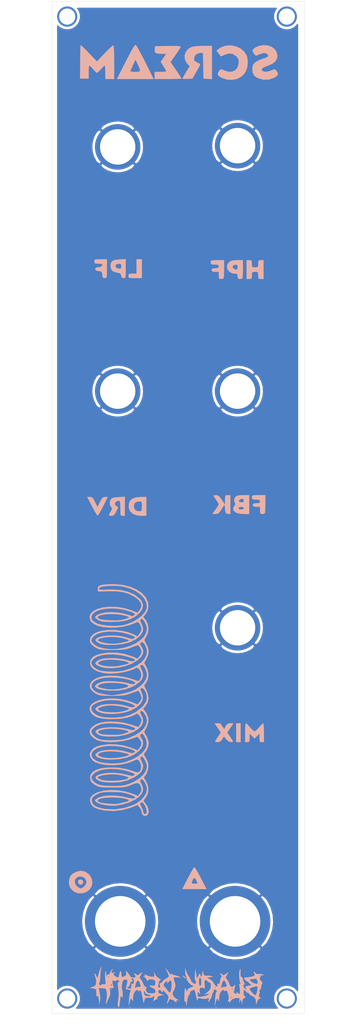
<source format=kicad_pcb>
(kicad_pcb (version 20171130) (host pcbnew "(5.1.12-1-10_14)")

  (general
    (thickness 1.6)
    (drawings 4)
    (tracks 0)
    (zones 0)
    (modules 19)
    (nets 2)
  )

  (page A4)
  (layers
    (0 F.Cu signal)
    (31 B.Cu signal)
    (32 B.Adhes user)
    (33 F.Adhes user)
    (34 B.Paste user)
    (35 F.Paste user)
    (36 B.SilkS user)
    (37 F.SilkS user)
    (38 B.Mask user)
    (39 F.Mask user)
    (40 Dwgs.User user)
    (41 Cmts.User user)
    (42 Eco1.User user)
    (43 Eco2.User user)
    (44 Edge.Cuts user)
    (45 Margin user)
    (46 B.CrtYd user)
    (47 F.CrtYd user)
    (48 B.Fab user)
    (49 F.Fab user)
  )

  (setup
    (last_trace_width 0.25)
    (trace_clearance 0.2)
    (zone_clearance 0.508)
    (zone_45_only no)
    (trace_min 0.2)
    (via_size 0.8)
    (via_drill 0.4)
    (via_min_size 0.4)
    (via_min_drill 0.3)
    (uvia_size 0.3)
    (uvia_drill 0.1)
    (uvias_allowed no)
    (uvia_min_size 0.2)
    (uvia_min_drill 0.1)
    (edge_width 0.05)
    (segment_width 0.2)
    (pcb_text_width 0.3)
    (pcb_text_size 1.5 1.5)
    (mod_edge_width 0.12)
    (mod_text_size 1 1)
    (mod_text_width 0.15)
    (pad_size 14 14)
    (pad_drill 10)
    (pad_to_mask_clearance 0)
    (aux_axis_origin 0 0)
    (visible_elements FFFFFF7F)
    (pcbplotparams
      (layerselection 0x010fc_ffffffff)
      (usegerberextensions false)
      (usegerberattributes true)
      (usegerberadvancedattributes true)
      (creategerberjobfile true)
      (excludeedgelayer true)
      (linewidth 0.100000)
      (plotframeref false)
      (viasonmask false)
      (mode 1)
      (useauxorigin false)
      (hpglpennumber 1)
      (hpglpenspeed 20)
      (hpglpendiameter 15.000000)
      (psnegative false)
      (psa4output false)
      (plotreference true)
      (plotvalue true)
      (plotinvisibletext false)
      (padsonsilk false)
      (subtractmaskfromsilk false)
      (outputformat 1)
      (mirror false)
      (drillshape 0)
      (scaleselection 1)
      (outputdirectory "/Users/rjones/Projects/PCBGolf/springy/springy/gerbers/"))
  )

  (net 0 "")
  (net 1 GND)

  (net_class Default "This is the default net class."
    (clearance 0.2)
    (trace_width 0.25)
    (via_dia 0.8)
    (via_drill 0.4)
    (uvia_dia 0.3)
    (uvia_drill 0.1)
    (add_net GND)
  )

  (module ao_tht:spring2 (layer B.Cu) (tedit 0) (tstamp 64C00B9E)
    (at 331 66.25 180)
    (fp_text reference G*** (at 0 0) (layer B.SilkS) hide
      (effects (font (size 1.524 1.524) (thickness 0.3)) (justify mirror))
    )
    (fp_text value LOGO (at 0.75 0) (layer B.SilkS) hide
      (effects (font (size 1.524 1.524) (thickness 0.3)) (justify mirror))
    )
    (fp_poly (pts (xy 1.379931 22.862261) (xy 2.365102 22.793718) (xy 3.042653 22.686779) (xy 3.459754 22.521078)
      (xy 3.663572 22.276247) (xy 3.701277 21.931919) (xy 3.694645 21.862756) (xy 3.641259 21.403496)
      (xy 1.509791 21.46229) (xy -0.049031 21.441215) (xy -1.352427 21.272217) (xy -2.475226 20.938263)
      (xy -3.492253 20.42232) (xy -3.728287 20.269942) (xy -4.48098 19.646311) (xy -4.879198 19.02333)
      (xy -4.923697 18.398709) (xy -4.615235 17.77016) (xy -4.572894 17.716638) (xy -4.174126 17.226983)
      (xy -3.108391 17.657094) (xy -1.711432 18.097255) (xy -0.223831 18.349731) (xy 1.26076 18.411208)
      (xy 2.648688 18.278371) (xy 3.846299 17.947906) (xy 3.945364 17.906719) (xy 4.730706 17.449018)
      (xy 5.200431 16.902885) (xy 5.342863 16.296599) (xy 5.146323 15.658441) (xy 4.976752 15.408906)
      (xy 4.411733 14.947852) (xy 3.574175 14.602344) (xy 2.528577 14.375658) (xy 1.339438 14.27107)
      (xy 0.071257 14.291858) (xy -1.211466 14.441298) (xy -2.444234 14.722665) (xy -3.224236 14.992302)
      (xy -4.26802 15.413906) (xy -4.620723 14.965516) (xy -4.928569 14.319102) (xy -4.898548 13.642313)
      (xy -4.564448 13.043644) (xy -4.155469 12.568178) (xy -3.413689 12.946606) (xy -2.318746 13.373854)
      (xy -1.036012 13.664695) (xy 0.334097 13.813635) (xy 1.691167 13.815181) (xy 2.934781 13.663838)
      (xy 3.964524 13.354112) (xy 3.972282 13.350692) (xy 4.671496 12.916709) (xy 5.11902 12.374751)
      (xy 5.282226 11.784349) (xy 5.138564 11.222642) (xy 4.823621 10.852075) (xy 4.332505 10.459884)
      (xy 4.078628 10.302098) (xy 3.738807 10.124475) (xy 3.414012 10.001917) (xy 3.029941 9.924488)
      (xy 2.512291 9.88225) (xy 1.78676 9.865269) (xy 0.799301 9.863562) (xy -0.253984 9.873422)
      (xy -1.036785 9.904077) (xy -1.633691 9.96524) (xy -2.129289 10.066622) (xy -2.608169 10.217938)
      (xy -2.753146 10.271471) (xy -3.359342 10.498158) (xy -3.862161 10.682303) (xy -4.116265 10.77161)
      (xy -4.408787 10.716054) (xy -4.692204 10.330693) (xy -4.693538 10.328116) (xy -4.938629 9.667732)
      (xy -4.892982 9.120761) (xy -4.573776 8.614596) (xy -4.174126 8.150642) (xy -3.326279 8.526023)
      (xy -1.706749 9.07164) (xy 0.020567 9.347048) (xy 1.747135 9.341581) (xy 2.979993 9.145865)
      (xy 3.905832 8.879159) (xy 4.542856 8.566878) (xy 4.957464 8.168134) (xy 5.154636 7.806726)
      (xy 5.258961 7.158606) (xy 5.03945 6.56398) (xy 4.526243 6.046369) (xy 3.749482 5.629295)
      (xy 2.739308 5.33628) (xy 1.827813 5.210523) (xy 0.895492 5.198668) (xy -0.1849 5.284924)
      (xy -1.298564 5.450742) (xy -2.3307 5.677572) (xy -3.166508 5.946865) (xy -3.409225 6.05671)
      (xy -3.859937 6.274513) (xy -4.1217 6.331395) (xy -4.320315 6.231146) (xy -4.46999 6.088673)
      (xy -4.80821 5.548248) (xy -4.923763 4.910294) (xy -4.80192 4.315867) (xy -4.676293 4.112971)
      (xy -4.345759 3.704778) (xy -2.927774 4.187966) (xy -1.671567 4.520383) (xy -0.295387 4.724024)
      (xy 1.086672 4.792448) (xy 2.360516 4.71922) (xy 3.281506 4.538323) (xy 4.244338 4.152382)
      (xy 4.902725 3.664301) (xy 5.248975 3.108463) (xy 5.275395 2.519254) (xy 4.974292 1.931056)
      (xy 4.337972 1.378256) (xy 4.029172 1.196573) (xy 3.689051 1.033135) (xy 3.338498 0.921595)
      (xy 2.901567 0.85242) (xy 2.302309 0.816079) (xy 1.464778 0.803039) (xy 0.888112 0.802328)
      (xy -0.128555 0.810387) (xy -0.885012 0.839844) (xy -1.476182 0.903085) (xy -1.996984 1.012497)
      (xy -2.54234 1.180464) (xy -2.855311 1.29079) (xy -3.496544 1.517295) (xy -4.003587 1.687379)
      (xy -4.288651 1.77187) (xy -4.316135 1.776224) (xy -4.485142 1.627323) (xy -4.691245 1.267735)
      (xy -4.873192 0.828134) (xy -4.969732 0.439193) (xy -4.973426 0.37397) (xy -4.860609 -0.000663)
      (xy -4.587733 -0.419737) (xy -4.573776 -0.435865) (xy -4.174126 -0.89154) (xy -3.101996 -0.454063)
      (xy -1.941017 -0.065541) (xy -0.75626 0.178851) (xy 0.416977 0.289589) (xy 1.543396 0.27715)
      (xy 2.5877 0.152012) (xy 3.514589 -0.075349) (xy 4.288766 -0.394457) (xy 4.874934 -0.794833)
      (xy 5.237793 -1.266002) (xy 5.342045 -1.797487) (xy 5.152394 -2.37881) (xy 4.827794 -2.807714)
      (xy 4.322463 -3.221752) (xy 3.665602 -3.514606) (xy 2.803346 -3.699604) (xy 1.68183 -3.790075)
      (xy 0.799301 -3.804519) (xy -0.801312 -3.726372) (xy -2.168526 -3.501256) (xy -3.263432 -3.137036)
      (xy -3.717835 -2.891695) (xy -4.019169 -2.729847) (xy -4.234757 -2.77115) (xy -4.501301 -3.053869)
      (xy -4.56066 -3.127623) (xy -4.83594 -3.554007) (xy -4.970041 -3.923322) (xy -4.972544 -3.960919)
      (xy -4.902139 -4.305764) (xy -4.731784 -4.735534) (xy -4.524909 -5.118062) (xy -4.344943 -5.321179)
      (xy -4.316135 -5.328671) (xy -4.105053 -5.274233) (xy -3.647401 -5.12972) (xy -3.031585 -4.923338)
      (xy -2.855311 -4.862621) (xy -1.643688 -4.538914) (xy -0.299695 -4.338746) (xy 1.060193 -4.268655)
      (xy 2.3195 -4.335177) (xy 3.275154 -4.518572) (xy 4.129103 -4.861564) (xy 4.794012 -5.317094)
      (xy 5.211617 -5.83523) (xy 5.328672 -6.278303) (xy 5.160909 -6.876623) (xy 4.696722 -7.430084)
      (xy 3.994756 -7.882809) (xy 3.411911 -8.104497) (xy 2.40493 -8.289272) (xy 1.183765 -8.347041)
      (xy -0.136586 -8.284353) (xy -1.441122 -8.107758) (xy -2.614844 -7.823804) (xy -2.841958 -7.748329)
      (xy -4.174126 -7.278827) (xy -4.573776 -7.734633) (xy -4.916397 -8.333655) (xy -4.904103 -8.937465)
      (xy -4.573776 -9.494607) (xy -4.174126 -9.950282) (xy -3.108391 -9.516478) (xy -1.610151 -9.042828)
      (xy -0.030618 -8.785569) (xy 1.534308 -8.749341) (xy 2.988727 -8.938787) (xy 3.818881 -9.181206)
      (xy 4.460409 -9.485811) (xy 4.876787 -9.874176) (xy 5.056812 -10.160692) (xy 5.269513 -10.600477)
      (xy 5.307335 -10.915395) (xy 5.178933 -11.28474) (xy 5.117406 -11.415969) (xy 4.679546 -11.990754)
      (xy 4.198265 -12.321396) (xy 3.106286 -12.686508) (xy 1.804508 -12.878623) (xy 0.391329 -12.901409)
      (xy -1.034851 -12.758538) (xy -2.375631 -12.45368) (xy -3.442977 -12.036381) (xy -3.880316 -11.829916)
      (xy -4.135661 -11.786094) (xy -4.344602 -11.908378) (xy -4.504675 -12.063494) (xy -4.775719 -12.535297)
      (xy -4.879045 -13.144066) (xy -4.808414 -13.738315) (xy -4.590067 -14.136406) (xy -4.421608 -14.267937)
      (xy -4.209216 -14.30898) (xy -3.871711 -14.249875) (xy -3.327909 -14.080961) (xy -2.906691 -13.936087)
      (xy -1.785741 -13.612171) (xy -0.615657 -13.42461) (xy 0.224038 -13.361642) (xy 1.75063 -13.357125)
      (xy 3.020537 -13.506149) (xy 4.017678 -13.802396) (xy 4.725974 -14.239549) (xy 5.129347 -14.811292)
      (xy 5.222098 -15.325232) (xy 5.148295 -15.88548) (xy 4.885175 -16.324468) (xy 4.370177 -16.724993)
      (xy 4.008386 -16.931514) (xy 3.680175 -17.088293) (xy 3.334596 -17.196303) (xy 2.898428 -17.264348)
      (xy 2.298453 -17.301232) (xy 1.461453 -17.31576) (xy 0.799301 -17.317405) (xy -0.214471 -17.312228)
      (xy -0.957866 -17.289842) (xy -1.515705 -17.238866) (xy -1.972808 -17.147915) (xy -2.413995 -17.005606)
      (xy -2.863699 -16.825821) (xy -3.608865 -16.545684) (xy -4.116368 -16.449433) (xy -4.45585 -16.542733)
      (xy -4.696953 -16.83125) (xy -4.771745 -16.981066) (xy -4.95759 -17.620632) (xy -4.846278 -18.168709)
      (xy -4.620723 -18.517964) (xy -4.26802 -18.966353) (xy -3.234601 -18.548937) (xy -1.867322 -18.117718)
      (xy -0.403035 -17.866324) (xy 1.06607 -17.797358) (xy 2.447808 -17.913421) (xy 3.649989 -18.217117)
      (xy 3.963119 -18.345785) (xy 4.726752 -18.797304) (xy 5.15008 -19.309198) (xy 5.246232 -19.905982)
      (xy 5.096099 -20.461742) (xy 4.79048 -20.943736) (xy 4.296138 -21.314265) (xy 3.562485 -21.598057)
      (xy 2.538931 -21.819842) (xy 2.212263 -21.871416) (xy 0.554474 -21.960854) (xy -1.166933 -21.769433)
      (xy -2.821125 -21.313597) (xy -3.105868 -21.203013) (xy -4.174126 -20.767265) (xy -4.573776 -21.228502)
      (xy -4.849924 -21.639433) (xy -4.973012 -22.004978) (xy -4.973426 -22.020553) (xy -5.090229 -22.557174)
      (xy -5.387253 -22.87586) (xy -5.784424 -22.931556) (xy -6.181258 -22.70014) (xy -6.382143 -22.278007)
      (xy -5.996468 -22.278007) (xy -5.920746 -22.439627) (xy -5.621338 -22.563346) (xy -5.385629 -22.39967)
      (xy -5.328007 -22.158392) (xy -5.236372 -21.743205) (xy -5.012303 -21.244943) (xy -4.968879 -21.17079)
      (xy -4.732652 -20.656055) (xy -4.768625 -20.344178) (xy -5.040013 -20.248951) (xy -5.315603 -20.405908)
      (xy -5.594752 -20.800985) (xy -5.831752 -21.320488) (xy -5.980893 -21.850727) (xy -5.996468 -22.278007)
      (xy -6.382143 -22.278007) (xy -6.392995 -22.255205) (xy -6.365362 -21.654727) (xy -6.118047 -20.986241)
      (xy -5.67074 -20.337285) (xy -5.642829 -20.306206) (xy -5.411791 -20.023099) (xy -5.412036 -19.821257)
      (xy -5.649097 -19.534922) (xy -5.669307 -19.513223) (xy -6.152466 -18.749048) (xy -6.343236 -17.858321)
      (xy -6.327018 -17.712127) (xy -6.038497 -17.712127) (xy -5.876658 -18.417521) (xy -5.432659 -19.153575)
      (xy -4.766085 -19.853946) (xy -3.93652 -20.452289) (xy -3.286014 -20.776847) (xy -1.464235 -21.356377)
      (xy 0.370254 -21.61409) (xy 2.161399 -21.543313) (xy 2.583725 -21.475759) (xy 3.52826 -21.253285)
      (xy 4.179091 -20.974729) (xy 4.59702 -20.606891) (xy 4.78566 -20.273443) (xy 4.901076 -19.748568)
      (xy 4.744058 -19.308719) (xy 4.284906 -18.905277) (xy 3.777486 -18.623247) (xy 3.356763 -18.43708)
      (xy 2.938984 -18.315683) (xy 2.432592 -18.245916) (xy 1.74603 -18.214638) (xy 0.888112 -18.208545)
      (xy -0.14248 -18.225485) (xy -0.937804 -18.283738) (xy -1.616865 -18.398382) (xy -2.298669 -18.584493)
      (xy -2.442307 -18.630469) (xy -3.055545 -18.849865) (xy -3.510276 -19.049793) (xy -3.723647 -19.192898)
      (xy -3.73007 -19.211065) (xy -3.576957 -19.428388) (xy -3.135453 -19.480325) (xy -2.432305 -19.365459)
      (xy -2.160161 -19.294295) (xy -0.964365 -19.033994) (xy 0.262697 -18.899416) (xy 1.445772 -18.887756)
      (xy 2.509607 -18.996208) (xy 3.378947 -19.221968) (xy 3.930685 -19.521362) (xy 4.320018 -19.836626)
      (xy 3.955538 -20.201106) (xy 3.526152 -20.455334) (xy 2.840534 -20.669607) (xy 1.996959 -20.826845)
      (xy 1.093702 -20.909967) (xy 0.229038 -20.901893) (xy 0.02936 -20.883504) (xy -1.263701 -20.655738)
      (xy -2.46228 -20.288767) (xy -3.378546 -19.872184) (xy -2.486713 -19.872184) (xy -2.328315 -19.983171)
      (xy -1.917493 -20.125733) (xy -1.465384 -20.240575) (xy -0.884053 -20.373596) (xy -0.439564 -20.483306)
      (xy -0.266433 -20.533273) (xy 0.037192 -20.565064) (xy 0.587281 -20.556901) (xy 1.278349 -20.517128)
      (xy 2.004913 -20.454089) (xy 2.66149 -20.376126) (xy 3.142596 -20.291584) (xy 3.274937 -20.253163)
      (xy 3.656579 -20.040304) (xy 3.715644 -19.831338) (xy 3.484689 -19.63904) (xy 2.99627 -19.476181)
      (xy 2.282945 -19.355535) (xy 1.37727 -19.289876) (xy 0.799301 -19.28188) (xy -0.168445 -19.316338)
      (xy -1.043557 -19.401142) (xy -1.762938 -19.524956) (xy -2.263489 -19.676444) (xy -2.482112 -19.844273)
      (xy -2.486713 -19.872184) (xy -3.378546 -19.872184) (xy -3.512812 -19.81114) (xy -4.361735 -19.251406)
      (xy -4.955483 -18.638115) (xy -5.222507 -18.084332) (xy -5.291463 -17.591456) (xy -5.19506 -17.131254)
      (xy -4.990181 -16.688772) (xy -4.749449 -16.120036) (xy -4.749325 -15.79309) (xy -4.777978 -15.755169)
      (xy -5.035034 -15.694836) (xy -5.334835 -15.904795) (xy -5.630124 -16.311682) (xy -5.873647 -16.842133)
      (xy -6.018148 -17.422785) (xy -6.038497 -17.712127) (xy -6.327018 -17.712127) (xy -6.239119 -16.919823)
      (xy -5.83762 -16.012332) (xy -5.78292 -15.929122) (xy -5.526739 -15.526983) (xy -5.463547 -15.29314)
      (xy -5.579546 -15.107032) (xy -5.678211 -15.014253) (xy -5.987788 -14.558638) (xy -6.219968 -13.897445)
      (xy -6.336553 -13.178173) (xy -6.333551 -13.11703) (xy -6.03916 -13.11703) (xy -5.866168 -13.932272)
      (xy -5.365326 -14.728593) (xy -4.563835 -15.475338) (xy -3.488894 -16.141855) (xy -3.250759 -16.25938)
      (xy -2.500192 -16.586924) (xy -1.809027 -16.807488) (xy -1.07711 -16.938148) (xy -0.204283 -16.995982)
      (xy 0.909608 -16.998065) (xy 1.065735 -16.995352) (xy 2.051896 -16.963544) (xy 2.767013 -16.903467)
      (xy 3.294911 -16.803215) (xy 3.719413 -16.650884) (xy 3.816386 -16.604673) (xy 4.32457 -16.272753)
      (xy 4.71927 -15.879356) (xy 4.789662 -15.772126) (xy 4.948652 -15.414848) (xy 4.909773 -15.133958)
      (xy 4.688821 -14.795203) (xy 4.126804 -14.306853) (xy 3.294058 -13.946275) (xy 2.253609 -13.719556)
      (xy 1.068481 -13.632781) (xy -0.198301 -13.692036) (xy -1.483713 -13.903407) (xy -2.287737 -14.121544)
      (xy -2.995369 -14.355207) (xy -3.412176 -14.522952) (xy -3.58924 -14.655292) (xy -3.577644 -14.78274)
      (xy -3.516003 -14.855225) (xy -3.342307 -14.977856) (xy -3.096467 -15.010032) (xy -2.693395 -14.946139)
      (xy -2.048003 -14.780563) (xy -1.942326 -14.751404) (xy -0.71154 -14.504415) (xy 0.610376 -14.397712)
      (xy 1.892027 -14.433777) (xy 3.002015 -14.615094) (xy 3.146497 -14.655243) (xy 3.809083 -14.911812)
      (xy 4.124034 -15.190015) (xy 4.098774 -15.499954) (xy 3.920189 -15.708272) (xy 3.445596 -16.006803)
      (xy 2.766506 -16.205019) (xy 1.832964 -16.312963) (xy 0.771893 -16.341259) (xy -0.787222 -16.243066)
      (xy -2.140764 -15.930615) (xy -3.285568 -15.421296) (xy -2.397464 -15.421296) (xy -2.377175 -15.451088)
      (xy -1.991756 -15.647975) (xy -1.3399 -15.803525) (xy -0.508489 -15.913344) (xy 0.415594 -15.973043)
      (xy 1.345469 -15.97823) (xy 2.194253 -15.924512) (xy 2.875064 -15.8075) (xy 3.114097 -15.728644)
      (xy 3.513267 -15.52213) (xy 3.721463 -15.336856) (xy 3.73007 -15.305674) (xy 3.565546 -15.144873)
      (xy 3.12411 -14.989993) (xy 2.483962 -14.856555) (xy 1.723305 -14.760077) (xy 0.920341 -14.716079)
      (xy 0.753383 -14.71496) (xy 0.056061 -14.750318) (xy -0.669709 -14.841505) (xy -1.350936 -14.97136)
      (xy -1.91463 -15.122718) (xy -2.287803 -15.278418) (xy -2.397464 -15.421296) (xy -3.285568 -15.421296)
      (xy -3.38492 -15.377095) (xy -3.968161 -15.020127) (xy -4.568122 -14.581346) (xy -4.932482 -14.190162)
      (xy -5.148899 -13.746852) (xy -5.183996 -13.636996) (xy -5.300125 -13.140774) (xy -5.265037 -12.755265)
      (xy -5.055916 -12.291478) (xy -5.011712 -12.210019) (xy -4.758902 -11.647281) (xy -4.753457 -11.316196)
      (xy -4.996457 -11.192408) (xy -5.056875 -11.19021) (xy -5.273275 -11.341947) (xy -5.535798 -11.723707)
      (xy -5.788277 -12.225314) (xy -5.974545 -12.736593) (xy -6.03916 -13.11703) (xy -6.333551 -13.11703)
      (xy -6.307409 -12.584739) (xy -6.12608 -12.041113) (xy -5.834014 -11.452386) (xy -5.764149 -11.338815)
      (xy -5.514334 -10.92051) (xy -5.455782 -10.678591) (xy -5.571681 -10.501518) (xy -5.630283 -10.450704)
      (xy -5.98396 -9.989143) (xy -6.256736 -9.3285) (xy -6.374205 -8.6995) (xy -5.999465 -8.6995)
      (xy -5.839358 -9.456544) (xy -5.798193 -9.542363) (xy -5.190922 -10.369361) (xy -4.294679 -11.117283)
      (xy -3.173408 -11.747642) (xy -1.891054 -12.22195) (xy -1.004155 -12.427848) (xy -0.006975 -12.538997)
      (xy 1.092915 -12.552413) (xy 2.179338 -12.475738) (xy 3.136114 -12.316613) (xy 3.781649 -12.113091)
      (xy 4.499259 -11.673465) (xy 4.879306 -11.166497) (xy 4.921684 -10.633821) (xy 4.626288 -10.11707)
      (xy 3.993014 -9.657878) (xy 3.788095 -9.559691) (xy 2.767619 -9.253603) (xy 1.53121 -9.111231)
      (xy 0.176029 -9.128449) (xy -1.200762 -9.301131) (xy -2.502002 -9.625153) (xy -3.118533 -9.852925)
      (xy -3.540602 -10.046808) (xy -3.676581 -10.183032) (xy -3.573715 -10.326766) (xy -3.502096 -10.382016)
      (xy -3.272608 -10.49496) (xy -2.965654 -10.497631) (xy -2.483799 -10.381269) (xy -2.081117 -10.254255)
      (xy -1.167988 -10.032436) (xy -0.112893 -9.898035) (xy 0.984346 -9.851787) (xy 2.02391 -9.894431)
      (xy 2.905976 -10.026704) (xy 3.463637 -10.213287) (xy 3.894316 -10.483521) (xy 4.146676 -10.74802)
      (xy 4.174126 -10.834965) (xy 4.006032 -11.163398) (xy 3.536718 -11.441533) (xy 2.818637 -11.652451)
      (xy 1.904243 -11.779234) (xy 1.154546 -11.808922) (xy -0.590444 -11.713058) (xy -2.074347 -11.413271)
      (xy -3.332267 -10.901778) (xy -3.397656 -10.864663) (xy -2.501747 -10.864663) (xy -2.262304 -11.005602)
      (xy -1.678466 -11.168315) (xy -1.222126 -11.271328) (xy 0.107004 -11.468125) (xy 1.429344 -11.499314)
      (xy 2.607574 -11.363618) (xy 2.841958 -11.309132) (xy 3.380918 -11.1128) (xy 3.630295 -10.890839)
      (xy 3.641259 -10.834965) (xy 3.476016 -10.581552) (xy 3.022894 -10.383517) (xy 2.345803 -10.24681)
      (xy 1.508653 -10.177385) (xy 0.575356 -10.181191) (xy -0.390179 -10.264182) (xy -1.135844 -10.390095)
      (xy -1.940303 -10.575147) (xy -2.395008 -10.727257) (xy -2.501747 -10.864663) (xy -3.397656 -10.864663)
      (xy -3.586221 -10.757635) (xy -4.462684 -10.112257) (xy -5.035256 -9.424966) (xy -5.291788 -8.72427)
      (xy -5.22013 -8.038677) (xy -4.949453 -7.558817) (xy -4.710289 -7.212085) (xy -4.694267 -6.992043)
      (xy -4.837746 -6.809206) (xy -5.035785 -6.668397) (xy -5.221824 -6.746478) (xy -5.492468 -7.085495)
      (xy -5.501416 -7.098046) (xy -5.882081 -7.874323) (xy -5.999465 -8.6995) (xy -6.374205 -8.6995)
      (xy -6.388242 -8.624342) (xy -6.392266 -8.487174) (xy -6.301246 -7.98231) (xy -6.073451 -7.376613)
      (xy -5.938833 -7.114662) (xy -5.48754 -6.325129) (xy -5.962012 -5.453368) (xy -6.319736 -4.489799)
      (xy -6.32185 -4.101462) (xy -6.046351 -4.101462) (xy -5.874164 -4.892304) (xy -5.406043 -5.654956)
      (xy -4.660576 -6.363334) (xy -3.656352 -6.991353) (xy -2.411959 -7.51293) (xy -1.739261 -7.716619)
      (xy -1.010742 -7.851108) (xy -0.076629 -7.937411) (xy 0.94634 -7.973643) (xy 1.941427 -7.957916)
      (xy 2.791895 -7.888341) (xy 3.272017 -7.797649) (xy 3.882945 -7.530316) (xy 4.431558 -7.124049)
      (xy 4.825739 -6.663212) (xy 4.973427 -6.239486) (xy 4.813026 -5.852187) (xy 4.384324 -5.44596)
      (xy 3.766069 -5.077733) (xy 3.037013 -4.804433) (xy 2.960572 -4.784397) (xy 2.143671 -4.664107)
      (xy 1.105318 -4.633088) (xy -0.034124 -4.683867) (xy -1.154289 -4.808968) (xy -2.134814 -5.000919)
      (xy -2.556037 -5.12696) (xy -3.21171 -5.367069) (xy -3.581257 -5.535531) (xy -3.716499 -5.670196)
      (xy -3.669259 -5.808914) (xy -3.597445 -5.887589) (xy -3.372316 -5.970863) (xy -2.941378 -5.932564)
      (xy -2.244899 -5.766919) (xy -2.188308 -5.751412) (xy -1.208995 -5.550677) (xy -0.101084 -5.434628)
      (xy 1.036186 -5.403157) (xy 2.103573 -5.456157) (xy 3.001837 -5.59352) (xy 3.517731 -5.757576)
      (xy 4.013141 -6.022304) (xy 4.175151 -6.260567) (xy 4.013639 -6.537317) (xy 3.678556 -6.814875)
      (xy 3.316701 -7.01159) (xy 2.806431 -7.141994) (xy 2.06238 -7.22449) (xy 1.664805 -7.249009)
      (xy -0.240198 -7.214124) (xy -1.948209 -6.895706) (xy -3.38468 -6.338951) (xy -3.582574 -6.216578)
      (xy -2.369849 -6.216578) (xy -2.318426 -6.349794) (xy -1.972562 -6.520583) (xy -1.38777 -6.705444)
      (xy -0.976923 -6.806283) (xy -0.459282 -6.870563) (xy 0.284046 -6.900854) (xy 1.133441 -6.899193)
      (xy 1.969279 -6.867617) (xy 2.67194 -6.808163) (xy 3.074992 -6.737272) (xy 3.531979 -6.54924)
      (xy 3.669046 -6.345535) (xy 3.519991 -6.143398) (xy 3.118611 -5.960075) (xy 2.498703 -5.812808)
      (xy 1.694064 -5.71884) (xy 1.030072 -5.693942) (xy 0.175448 -5.719371) (xy -0.682201 -5.798502)
      (xy -1.452861 -5.917497) (xy -2.046518 -6.062519) (xy -2.369849 -6.216578) (xy -3.582574 -6.216578)
      (xy -4.361158 -5.735121) (xy -4.994663 -5.074602) (xy -5.282348 -4.363357) (xy -5.221364 -3.607347)
      (xy -4.960952 -3.040272) (xy -4.736438 -2.591321) (xy -4.739145 -2.316945) (xy -4.796349 -2.240971)
      (xy -5.005533 -2.180578) (xy -5.295052 -2.393338) (xy -5.42857 -2.53955) (xy -5.904016 -3.308516)
      (xy -6.046351 -4.101462) (xy -6.32185 -4.101462) (xy -6.324776 -3.564325) (xy -5.977355 -2.680615)
      (xy -5.775811 -2.386157) (xy -5.290945 -1.750466) (xy -5.653221 -1.363694) (xy -6.179829 -0.583697)
      (xy -6.361622 0.251037) (xy -6.013906 0.251037) (xy -5.796634 -0.468601) (xy -5.275786 -1.188955)
      (xy -5.016641 -1.454872) (xy -3.921326 -2.335522) (xy -2.695417 -2.959106) (xy -1.293664 -3.340264)
      (xy 0.32918 -3.493634) (xy 1.268899 -3.488447) (xy 2.187899 -3.438429) (xy 2.864536 -3.346929)
      (xy 3.411112 -3.192784) (xy 3.844424 -3.003111) (xy 4.502948 -2.567568) (xy 4.888649 -2.072254)
      (xy 4.972371 -1.566412) (xy 4.865555 -1.278389) (xy 4.474985 -0.908924) (xy 3.803311 -0.564268)
      (xy 2.924599 -0.276677) (xy 2.217583 -0.125149) (xy 1.10967 -0.040109) (xy -0.155122 -0.108271)
      (xy -1.428842 -0.310872) (xy -2.563543 -0.629152) (xy -2.930769 -0.778006) (xy -3.424843 -1.013581)
      (xy -3.635447 -1.164159) (xy -3.607394 -1.280493) (xy -3.457977 -1.375113) (xy -3.156491 -1.460406)
      (xy -2.734395 -1.414204) (xy -2.095815 -1.225024) (xy -2.036998 -1.204916) (xy -1.163651 -0.985431)
      (xy -0.134739 -0.851552) (xy 0.947861 -0.804063) (xy 1.982271 -0.843753) (xy 2.866614 -0.971406)
      (xy 3.450821 -1.162555) (xy 3.988857 -1.481516) (xy 4.190486 -1.758787) (xy 4.065081 -2.034118)
      (xy 3.717007 -2.291068) (xy 2.986769 -2.580169) (xy 2.013428 -2.745093) (xy 0.885556 -2.7889)
      (xy -0.308274 -2.71465) (xy -1.479489 -2.525403) (xy -2.539514 -2.224217) (xy -2.938874 -2.061149)
      (xy -3.425383 -1.790464) (xy -2.486713 -1.790464) (xy -2.324129 -1.926548) (xy -1.888864 -2.089349)
      (xy -1.259649 -2.25354) (xy -0.710489 -2.361898) (xy 0.027662 -2.433604) (xy 0.929996 -2.443699)
      (xy 1.843023 -2.397019) (xy 2.61325 -2.2984) (xy 2.828757 -2.250391) (xy 3.415406 -2.050029)
      (xy 3.649292 -1.848582) (xy 3.529847 -1.640744) (xy 3.056507 -1.421207) (xy 2.729264 -1.317583)
      (xy 1.862685 -1.133332) (xy 0.947447 -1.096653) (xy 0.40644 -1.129396) (xy -0.496831 -1.229643)
      (xy -1.304549 -1.363151) (xy -1.949561 -1.514577) (xy -2.364714 -1.668577) (xy -2.486713 -1.790464)
      (xy -3.425383 -1.790464) (xy -4.035589 -1.450957) (xy -4.786431 -0.782367) (xy -5.189818 -0.058028)
      (xy -5.244167 0.719412) (xy -5.016288 1.416905) (xy -4.810966 1.894295) (xy -4.78873 2.172482)
      (xy -4.88989 2.313469) (xy -5.142002 2.328967) (xy -5.443335 2.084689) (xy -5.729465 1.657432)
      (xy -5.935967 1.123997) (xy -5.955231 1.043507) (xy -6.013906 0.251037) (xy -6.361622 0.251037)
      (xy -6.367412 0.277622) (xy -6.21708 1.233011) (xy -5.938717 1.91043) (xy -5.48303 2.824877)
      (xy -5.874885 3.354889) (xy -6.26202 4.163066) (xy -6.338647 4.9202) (xy -6.03526 4.9202)
      (xy -5.873862 4.172209) (xy -5.407721 3.40973) (xy -4.680931 2.685432) (xy -3.737586 2.051983)
      (xy -3.551296 1.953259) (xy -2.878548 1.679392) (xy -1.985257 1.409809) (xy -1.004776 1.179708)
      (xy -0.070461 1.024285) (xy 0 1.015937) (xy 0.456712 0.960635) (xy 0.748854 0.919555)
      (xy 0.765277 0.916538) (xy 1.000345 0.928004) (xy 1.485563 0.984753) (xy 2.120469 1.074879)
      (xy 2.186256 1.08495) (xy 3.03914 1.236599) (xy 3.64323 1.406718) (xy 4.104274 1.636147)
      (xy 4.528018 1.965724) (xy 4.573777 2.007004) (xy 4.908922 2.489149) (xy 4.914179 2.987457)
      (xy 4.611036 3.465783) (xy 4.020976 3.887983) (xy 3.279051 4.185109) (xy 2.295845 4.37195)
      (xy 1.099956 4.433695) (xy -0.192118 4.378816) (xy -1.463878 4.215779) (xy -2.598827 3.953054)
      (xy -3.259615 3.709779) (xy -3.64052 3.473705) (xy -3.719479 3.28105) (xy -3.54916 3.154142)
      (xy -3.182236 3.11531) (xy -2.671376 3.186884) (xy -2.294301 3.300548) (xy -1.739348 3.440525)
      (xy -0.936141 3.562427) (xy 0.008348 3.65156) (xy 0.444056 3.676745) (xy 1.385416 3.708578)
      (xy 2.071437 3.696851) (xy 2.600285 3.633124) (xy 3.070124 3.508962) (xy 3.284548 3.432598)
      (xy 3.918425 3.124429) (xy 4.213905 2.818781) (xy 4.187657 2.529451) (xy 3.85635 2.270235)
      (xy 3.236654 2.054931) (xy 2.345236 1.897336) (xy 1.332168 1.816585) (xy -0.315201 1.839605)
      (xy -1.751753 2.07742) (xy -3.062367 2.547942) (xy -3.477886 2.762951) (xy -2.364065 2.762951)
      (xy -2.223647 2.594498) (xy -1.744099 2.422221) (xy -0.941433 2.250844) (xy -0.266433 2.143945)
      (xy 0.833132 2.056806) (xy 1.917079 2.135588) (xy 2.975175 2.346167) (xy 3.511449 2.518829)
      (xy 3.695234 2.701518) (xy 3.529248 2.90933) (xy 3.114097 3.117455) (xy 2.582861 3.25747)
      (xy 1.860116 3.337544) (xy 1.020282 3.362492) (xy 0.13778 3.337131) (xy -0.712972 3.266277)
      (xy -1.457552 3.154744) (xy -2.02154 3.00735) (xy -2.330518 2.82891) (xy -2.364065 2.762951)
      (xy -3.477886 2.762951) (xy -3.701826 2.878828) (xy -4.577987 3.505333) (xy -5.111799 4.18685)
      (xy -5.29975 4.914716) (xy -5.138329 5.680268) (xy -4.968879 6.005434) (xy -4.730252 6.524532)
      (xy -4.776072 6.83194) (xy -5.081404 6.927273) (xy -5.314637 6.772065) (xy -5.577173 6.377781)
      (xy -5.818158 5.851425) (xy -5.986737 5.300005) (xy -6.03526 4.9202) (xy -6.338647 4.9202)
      (xy -6.355488 5.086601) (xy -6.152565 6.037012) (xy -5.969809 6.438811) (xy -5.516288 7.282517)
      (xy -5.955347 8.108273) (xy -6.305311 8.951689) (xy -6.386227 9.728019) (xy -6.370759 9.791312)
      (xy -6.04535 9.791312) (xy -5.974094 8.958294) (xy -5.593467 8.160098) (xy -4.926268 7.421181)
      (xy -3.995292 6.766) (xy -2.823339 6.219012) (xy -1.433205 5.804673) (xy -1.243356 5.76303)
      (xy -0.331244 5.635674) (xy 0.731514 5.586637) (xy 1.813828 5.613545) (xy 2.784605 5.71402)
      (xy 3.397305 5.847135) (xy 3.992361 6.124122) (xy 4.51481 6.530594) (xy 4.871028 6.979369)
      (xy 4.973427 7.314812) (xy 4.853644 7.670295) (xy 4.563987 8.06316) (xy 4.549789 8.077548)
      (xy 3.885512 8.518343) (xy 2.958944 8.81609) (xy 1.833311 8.970002) (xy 0.571837 8.979291)
      (xy -0.762252 8.843172) (xy -2.105731 8.560855) (xy -3.286014 8.175114) (xy -3.631642 8.019002)
      (xy -3.680912 7.892745) (xy -3.502096 7.73378) (xy -3.271276 7.622021) (xy -2.961053 7.621052)
      (xy -2.474232 7.7398) (xy -2.081117 7.864261) (xy -1.175249 8.084455) (xy -0.125715 8.217861)
      (xy 0.967635 8.263809) (xy 2.004949 8.221631) (xy 2.886377 8.090658) (xy 3.453963 7.901332)
      (xy 3.993111 7.578513) (xy 4.199658 7.300037) (xy 4.087062 7.029977) (xy 3.850471 6.842826)
      (xy 3.019702 6.478294) (xy 1.959034 6.285484) (xy 0.747099 6.260022) (xy -0.537473 6.397537)
      (xy -1.816051 6.693656) (xy -3.010005 7.144006) (xy -3.197202 7.234733) (xy -3.217832 7.247188)
      (xy -2.457448 7.247188) (xy -2.201738 7.120758) (xy -1.64733 6.971273) (xy -0.773164 6.784192)
      (xy -0.266433 6.683192) (xy 0.426715 6.614075) (xy 1.295698 6.618168) (xy 2.170243 6.688613)
      (xy 2.841958 6.80835) (xy 3.413282 7.017306) (xy 3.632308 7.245792) (xy 3.500353 7.479369)
      (xy 3.018736 7.703599) (xy 2.753147 7.781052) (xy 1.921803 7.908589) (xy 0.882643 7.936931)
      (xy -0.232355 7.870504) (xy -1.291211 7.713737) (xy -1.643007 7.633552) (xy -2.157021 7.489045)
      (xy -2.435522 7.365103) (xy -2.457448 7.247188) (xy -3.217832 7.247188) (xy -4.21219 7.847502)
      (xy -4.907195 8.497116) (xy -5.273805 9.167719) (xy -5.303605 9.843454) (xy -4.988182 10.508463)
      (xy -4.956225 10.550057) (xy -4.720027 10.91557) (xy -4.722865 11.168297) (xy -4.802169 11.28669)
      (xy -5.085686 11.426784) (xy -5.410571 11.214678) (xy -5.776023 10.650904) (xy -5.784439 10.634694)
      (xy -6.04535 9.791312) (xy -6.370759 9.791312) (xy -6.191037 10.526706) (xy -5.712684 11.437195)
      (xy -5.689822 11.47362) (xy -5.561909 11.764612) (xy -5.629067 12.047748) (xy -5.849186 12.378871)
      (xy -6.235272 13.175233) (xy -6.350662 14.043569) (xy -6.03916 14.043569) (xy -5.870672 13.21081)
      (xy -5.397032 12.436767) (xy -4.665977 11.739315) (xy -3.725243 11.136324) (xy -2.622569 10.64567)
      (xy -1.405691 10.285224) (xy -0.122346 10.072859) (xy 1.179729 10.026449) (xy 2.452797 10.163866)
      (xy 3.533944 10.459353) (xy 4.101516 10.746894) (xy 4.577411 11.119482) (xy 4.684843 11.242756)
      (xy 4.921126 11.609201) (xy 4.942279 11.888254) (xy 4.789662 12.219679) (xy 4.315191 12.732319)
      (xy 3.565855 13.117493) (xy 2.599691 13.371729) (xy 1.474735 13.491557) (xy 0.249025 13.473507)
      (xy -1.019403 13.314108) (xy -2.272511 13.009889) (xy -3.144806 12.694139) (xy -3.555892 12.504743)
      (xy -3.680263 12.370698) (xy -3.564194 12.223596) (xy -3.49753 12.172687) (xy -3.262709 12.054647)
      (xy -2.959602 12.05487) (xy -2.484257 12.182642) (xy -2.165362 12.29166) (xy -1.218152 12.544468)
      (xy -0.155039 12.695868) (xy 0.942795 12.748049) (xy 1.994168 12.703197) (xy 2.917897 12.563502)
      (xy 3.632801 12.331152) (xy 3.952302 12.126761) (xy 4.165733 11.904005) (xy 4.151658 11.728804)
      (xy 3.888747 11.471777) (xy 3.836965 11.427143) (xy 3.331589 11.127259) (xy 2.61758 10.937678)
      (xy 1.652547 10.852105) (xy 0.3941 10.86425) (xy 0.127958 10.876592) (xy -1.360755 11.036435)
      (xy -2.60864 11.365454) (xy -3.346571 11.719232) (xy -2.486713 11.719232) (xy -2.325358 11.624359)
      (xy -1.898729 11.49741) (xy -1.292978 11.358247) (xy -0.594259 11.226729) (xy 0.088812 11.125501)
      (xy 0.846207 11.099255) (xy 1.73299 11.166762) (xy 2.584197 11.308694) (xy 3.197203 11.489676)
      (xy 3.586189 11.666797) (xy 3.685782 11.795832) (xy 3.539712 11.952095) (xy 3.488178 11.990795)
      (xy 3.03026 12.18784) (xy 2.31522 12.331461) (xy 1.438679 12.410348) (xy 0.496254 12.413189)
      (xy 0.114446 12.389864) (xy -0.61431 12.301647) (xy -1.323433 12.167834) (xy -1.928219 12.010262)
      (xy -2.343965 11.85077) (xy -2.486713 11.719232) (xy -3.346571 11.719232) (xy -3.69943 11.888399)
      (xy -4.040678 12.108772) (xy -4.804128 12.777206) (xy -5.219141 13.489141) (xy -5.28377 14.238368)
      (xy -4.996062 15.018677) (xy -4.968879 15.064175) (xy -4.732652 15.57891) (xy -4.768625 15.890787)
      (xy -5.040013 15.986014) (xy -5.284452 15.832152) (xy -5.561933 15.442994) (xy -5.816573 14.927176)
      (xy -5.992493 14.393337) (xy -6.03916 14.043569) (xy -6.350662 14.043569) (xy -6.355674 14.081279)
      (xy -6.216016 14.985722) (xy -5.821922 15.777274) (xy -5.668121 15.962047) (xy -5.305511 16.351264)
      (xy -5.754079 16.884357) (xy -6.210141 17.690037) (xy -6.333407 18.482059) (xy -6.025162 18.482059)
      (xy -5.962663 18.014494) (xy -5.630108 17.327255) (xy -5.012714 16.634244) (xy -4.17711 15.981337)
      (xy -3.189928 15.414407) (xy -2.117798 14.979327) (xy -1.22683 14.753985) (xy -0.248846 14.644569)
      (xy 0.838239 14.627965) (xy 1.92834 14.696167) (xy 2.915367 14.841175) (xy 3.693235 15.054984)
      (xy 3.886938 15.139772) (xy 4.538165 15.525668) (xy 4.880718 15.899624) (xy 4.953888 16.32124)
      (xy 4.877795 16.642725) (xy 4.524507 17.15181) (xy 3.887139 17.553015) (xy 3.021516 17.841725)
      (xy 1.983462 18.013328) (xy 0.828801 18.063211) (xy -0.386642 17.986761) (xy -1.607044 17.779366)
      (xy -2.776579 17.436412) (xy -3.116562 17.303321) (xy -3.524919 17.113131) (xy -3.650038 16.966908)
      (xy -3.543607 16.790195) (xy -3.50221 16.747765) (xy -3.289534 16.584179) (xy -3.041438 16.571414)
      (xy -2.625688 16.709322) (xy -2.531432 16.746697) (xy -1.464027 17.066191) (xy -0.218582 17.272853)
      (xy 1.044192 17.349063) (xy 2.163579 17.277202) (xy 2.222306 17.267858) (xy 3.064048 17.080327)
      (xy 3.712638 16.840125) (xy 4.115585 16.573082) (xy 4.220396 16.305027) (xy 4.215301 16.28716)
      (xy 4.026663 16.066603) (xy 3.651024 15.791032) (xy 3.565575 15.739324) (xy 3.231293 15.582325)
      (xy 2.818768 15.480331) (xy 2.247118 15.422463) (xy 1.435465 15.397841) (xy 1.00431 15.394799)
      (xy -0.516122 15.450483) (xy -1.769617 15.63865) (xy -2.825199 15.976329) (xy -3.463866 16.323834)
      (xy -2.486713 16.323834) (xy -2.324507 16.188684) (xy -1.892375 16.028476) (xy -1.272043 15.868534)
      (xy -0.621678 15.745947) (xy -0.120124 15.708384) (xy 0.575149 15.708453) (xy 1.3637 15.739792)
      (xy 2.14509 15.796044) (xy 2.818878 15.87085) (xy 3.284623 15.957849) (xy 3.402304 16.00072)
      (xy 3.689432 16.236599) (xy 3.668111 16.450602) (xy 3.384821 16.635763) (xy 2.886045 16.785121)
      (xy 2.218264 16.891711) (xy 1.427958 16.94857) (xy 0.561611 16.948735) (xy -0.334296 16.885242)
      (xy -1.213282 16.751129) (xy -1.376573 16.716638) (xy -1.947276 16.569038) (xy -2.347899 16.425351)
      (xy -2.486713 16.323834) (xy -3.463866 16.323834) (xy -3.751891 16.480551) (xy -3.946225 16.616177)
      (xy -4.731117 17.324682) (xy -5.173192 18.053207) (xy -5.269688 18.786588) (xy -5.017846 19.509659)
      (xy -4.573398 20.06107) (xy -3.557203 20.817277) (xy -2.283603 21.369872) (xy -0.79395 21.707448)
      (xy 0.870405 21.8186) (xy 1.694188 21.789844) (xy 2.602153 21.750333) (xy 3.180671 21.777343)
      (xy 3.450273 21.876452) (xy 3.431491 22.053238) (xy 3.268257 22.217535) (xy 2.922057 22.353559)
      (xy 2.310789 22.453874) (xy 1.523145 22.515212) (xy 0.647817 22.534304) (xy -0.226504 22.507883)
      (xy -1.011124 22.432681) (xy -1.293417 22.385601) (xy -2.61201 22.023689) (xy -3.763674 21.504123)
      (xy -4.714616 20.858541) (xy -5.431041 20.118578) (xy -5.879155 19.315872) (xy -6.025162 18.482059)
      (xy -6.333407 18.482059) (xy -6.35345 18.610835) (xy -6.231753 19.380918) (xy -5.771111 20.318524)
      (xy -5.009264 21.137715) (xy -3.985794 21.820387) (xy -2.740283 22.348435) (xy -1.312314 22.703756)
      (xy 0.258531 22.868247) (xy 1.379931 22.862261)) (layer B.SilkS) (width 0.01))
  )

  (module ao_tht:mix (layer B.Cu) (tedit 0) (tstamp 64C001FB)
    (at 355.25 73 180)
    (fp_text reference G*** (at 0 0) (layer B.SilkS) hide
      (effects (font (size 1.524 1.524) (thickness 0.3)) (justify mirror))
    )
    (fp_text value LOGO (at 0.75 0) (layer B.SilkS) hide
      (effects (font (size 1.524 1.524) (thickness 0.3)) (justify mirror))
    )
    (fp_poly (pts (xy -1.340304 1.965767) (xy -1.285709 1.516176) (xy -1.251636 0.853963) (xy -1.243357 0.266433)
      (xy -1.243357 -1.598602) (xy -1.687413 -1.598602) (xy -1.957345 -1.567222) (xy -2.087887 -1.41074)
      (xy -2.128918 -1.035643) (xy -2.131469 -0.766069) (xy -2.131469 0.066463) (xy -2.626748 -0.408044)
      (xy -3.122026 -0.882551) (xy -3.603671 -0.400907) (xy -4.085315 0.080737) (xy -4.085315 -0.758932)
      (xy -4.101723 -1.267741) (xy -4.183791 -1.514845) (xy -4.380789 -1.593404) (xy -4.529371 -1.598602)
      (xy -4.973427 -1.598602) (xy -4.973427 0.266433) (xy -4.959575 1.032022) (xy -4.922117 1.645313)
      (xy -4.867198 2.032938) (xy -4.817201 2.131468) (xy -4.628665 2.00426) (xy -4.302233 1.675115)
      (xy -4.006009 1.332168) (xy -3.613538 0.898936) (xy -3.278822 0.608667) (xy -3.117897 0.532867)
      (xy -2.886267 0.661326) (xy -2.529485 0.993406) (xy -2.229785 1.332168) (xy -1.849764 1.763706)
      (xy -1.543629 2.053926) (xy -1.409088 2.131468) (xy -1.340304 1.965767)) (layer B.SilkS) (width 0.01))
    (fp_poly (pts (xy 0.532867 -1.598602) (xy -0.355245 -1.598602) (xy -0.355245 2.131468) (xy 0.532867 2.131468)
      (xy 0.532867 -1.598602)) (layer B.SilkS) (width 0.01))
    (fp_poly (pts (xy 2.145326 2.071806) (xy 2.440308 1.825196) (xy 2.591419 1.567864) (xy 2.88287 1.004259)
      (xy 3.213709 1.434647) (xy 3.449771 1.779842) (xy 3.548498 1.998251) (xy 3.707661 2.086118)
      (xy 4.094189 2.130249) (xy 4.178845 2.131468) (xy 4.805242 2.131468) (xy 4.188929 1.216296)
      (xy 3.572616 0.301125) (xy 4.065172 -0.426711) (xy 4.456505 -1.010309) (xy 4.659474 -1.358636)
      (xy 4.682244 -1.532354) (xy 4.53298 -1.592122) (xy 4.222905 -1.598602) (xy 3.758714 -1.52749)
      (xy 3.435946 -1.250142) (xy 3.297919 -1.038057) (xy 2.966797 -0.477512) (xy 2.504727 -1.039658)
      (xy 2.014387 -1.477422) (xy 1.543713 -1.600203) (xy 1.198021 -1.54872) (xy 1.168475 -1.386932)
      (xy 1.17429 -1.376574) (xy 1.346085 -1.104649) (xy 1.634665 -0.667217) (xy 1.796366 -0.426711)
      (xy 2.288921 0.301125) (xy 1.672609 1.216296) (xy 1.056296 2.131468) (xy 1.678132 2.131468)
      (xy 2.145326 2.071806)) (layer B.SilkS) (width 0.01))
  )

  (module ao_tht:drv (layer B.Cu) (tedit 0) (tstamp 64BFFF12)
    (at 331.25 27.75 180)
    (fp_text reference G*** (at 0 0) (layer B.SilkS) hide
      (effects (font (size 1.524 1.524) (thickness 0.3)) (justify mirror))
    )
    (fp_text value LOGO (at 0.75 0) (layer B.SilkS) hide
      (effects (font (size 1.524 1.524) (thickness 0.3)) (justify mirror))
    )
    (fp_poly (pts (xy -4.573776 1.597938) (xy -3.557395 1.505061) (xy -2.830088 1.221569) (xy -2.375387 0.738079)
      (xy -2.205098 0.24798) (xy -2.192791 -0.595672) (xy -2.4839 -1.277856) (xy -3.054587 -1.77532)
      (xy -3.881014 -2.064811) (xy -4.644449 -2.131468) (xy -5.683916 -2.131468) (xy -5.683916 -0.148019)
      (xy -4.795804 -0.148019) (xy -4.773146 -0.674207) (xy -4.715585 -1.040647) (xy -4.677389 -1.124942)
      (xy -4.349448 -1.241332) (xy -3.900907 -1.190312) (xy -3.51049 -0.995794) (xy -3.476323 -0.964236)
      (xy -3.268263 -0.583915) (xy -3.197203 -0.171184) (xy -3.34382 0.331718) (xy -3.771736 0.629298)
      (xy -4.340071 0.71049) (xy -4.613794 0.681953) (xy -4.748161 0.534708) (xy -4.792252 0.176299)
      (xy -4.795804 -0.148019) (xy -5.683916 -0.148019) (xy -5.683916 1.598601) (xy -4.573776 1.597938)) (layer B.SilkS) (width 0.01))
    (fp_poly (pts (xy -0.158258 1.56734) (xy 0.569199 1.503504) (xy 1.02542 1.397594) (xy 1.293882 1.226982)
      (xy 1.351532 1.158102) (xy 1.57394 0.59892) (xy 1.527511 0.004777) (xy 1.312389 -0.377101)
      (xy 1.145411 -0.609575) (xy 1.152934 -0.843719) (xy 1.347814 -1.213161) (xy 1.4012 -1.300164)
      (xy 1.675877 -1.77229) (xy 1.739697 -2.020585) (xy 1.579359 -2.116462) (xy 1.246349 -2.131468)
      (xy 0.911805 -2.08666) (xy 0.657436 -1.899648) (xy 0.39561 -1.491551) (xy 0.272073 -1.254486)
      (xy 0.025419 -0.752295) (xy -0.065926 -0.478115) (xy -0.010075 -0.344533) (xy 0.18027 -0.265593)
      (xy 0.471955 -0.027718) (xy 0.533263 0.327062) (xy 0.369021 0.649425) (xy 0.146798 0.770016)
      (xy -0.221248 0.814325) (xy -0.386069 0.78025) (xy -0.454909 0.571922) (xy -0.506446 0.100185)
      (xy -0.531708 -0.543222) (xy -0.532867 -0.720972) (xy -0.537685 -1.422557) (xy -0.567408 -1.84165)
      (xy -0.644938 -2.050996) (xy -0.793178 -2.123344) (xy -0.976923 -2.131468) (xy -1.420979 -2.131468)
      (xy -1.420979 1.63869) (xy -0.158258 1.56734)) (layer B.SilkS) (width 0.01))
    (fp_poly (pts (xy 2.801542 1.559044) (xy 3.046712 1.390705) (xy 3.298249 1.019086) (xy 3.510273 0.616936)
      (xy 4.00666 -0.364729) (xy 4.488113 0.616936) (xy 4.777923 1.166634) (xy 5.011601 1.462966)
      (xy 5.267668 1.581302) (xy 5.510828 1.598601) (xy 6.052088 1.598601) (xy 5.113107 -0.213756)
      (xy 4.725936 -0.936691) (xy 4.382975 -1.532502) (xy 4.123546 -1.935666) (xy 3.993149 -2.07991)
      (xy 3.84827 -1.951777) (xy 3.588683 -1.563144) (xy 3.251511 -0.974674) (xy 2.884071 -0.267552)
      (xy 1.95597 1.598601) (xy 2.484928 1.598601) (xy 2.801542 1.559044)) (layer B.SilkS) (width 0.01))
  )

  (module ao_tht:fbk (layer B.Cu) (tedit 0) (tstamp 64BFFE77)
    (at 355 27.75 180)
    (fp_text reference G*** (at 0 0) (layer B.SilkS) hide
      (effects (font (size 1.524 1.524) (thickness 0.3)) (justify mirror))
    )
    (fp_text value LOGO (at 0.75 0) (layer B.SilkS) hide
      (effects (font (size 1.524 1.524) (thickness 0.3)) (justify mirror))
    )
    (fp_poly (pts (xy -3.496529 1.948312) (xy -3.099338 1.915081) (xy -2.907723 1.829211) (xy -2.846855 1.665758)
      (xy -2.841958 1.50979) (xy -2.875087 1.235773) (xy -3.03793 1.105946) (xy -3.42567 1.06743)
      (xy -3.641259 1.065734) (xy -4.140758 1.042491) (xy -4.376957 0.945975) (xy -4.440254 0.73601)
      (xy -4.440559 0.71049) (xy -4.380978 0.478076) (xy -4.140163 0.375358) (xy -3.73007 0.355245)
      (xy -3.265242 0.325454) (xy -3.059806 0.205046) (xy -3.01958 0) (xy -3.079161 -0.232414)
      (xy -3.319977 -0.335132) (xy -3.73007 -0.355245) (xy -4.440559 -0.355245) (xy -4.440559 -1.065734)
      (xy -4.46626 -1.52498) (xy -4.581674 -1.728962) (xy -4.844268 -1.776198) (xy -4.855012 -1.776224)
      (xy -5.228038 -1.73031) (xy -5.387879 -1.657809) (xy -5.438317 -1.43998) (xy -5.478063 -0.949775)
      (xy -5.501858 -0.270019) (xy -5.506294 0.207226) (xy -5.506294 1.953846) (xy -4.174126 1.953846)
      (xy -3.496529 1.948312)) (layer B.SilkS) (width 0.01))
    (fp_poly (pts (xy -0.378011 1.930683) (xy 0.075726 1.848071) (xy 0.359447 1.686324) (xy 0.416527 1.629021)
      (xy 0.67083 1.15634) (xy 0.667087 0.67102) (xy 0.508761 0.402188) (xy 0.417804 0.169368)
      (xy 0.597573 -0.09008) (xy 0.858403 -0.554132) (xy 0.819495 -1.047381) (xy 0.752175 -1.17236)
      (xy 0.302458 -1.530441) (xy -0.459233 -1.73081) (xy -1.231679 -1.776224) (xy -2.309091 -1.776224)
      (xy -2.309091 -0.621678) (xy -1.243357 -0.621678) (xy -1.084486 -0.833201) (xy -0.710489 -0.888112)
      (xy -0.287443 -0.808677) (xy -0.177622 -0.621678) (xy -0.336493 -0.410155) (xy -0.710489 -0.355245)
      (xy -1.133536 -0.43468) (xy -1.243357 -0.621678) (xy -2.309091 -0.621678) (xy -2.309091 0.888112)
      (xy -1.243357 0.888112) (xy -1.131325 0.602873) (xy -0.828904 0.532867) (xy -0.456603 0.57815)
      (xy -0.297578 0.649741) (xy -0.280143 0.860165) (xy -0.485791 1.089955) (xy -0.805212 1.233129)
      (xy -0.909861 1.243357) (xy -1.190716 1.107642) (xy -1.243357 0.888112) (xy -2.309091 0.888112)
      (xy -2.309091 1.953846) (xy -1.093263 1.953846) (xy -0.378011 1.930683)) (layer B.SilkS) (width 0.01))
    (fp_poly (pts (xy 2.264015 1.935943) (xy 2.422001 1.822509) (xy 2.479123 1.523961) (xy 2.486713 1.0237)
      (xy 2.486713 0.093553) (xy 3.113111 1.0237) (xy 3.499612 1.554182) (xy 3.804822 1.838743)
      (xy 4.113379 1.945572) (xy 4.267656 1.953846) (xy 4.640051 1.92741) (xy 4.795801 1.863813)
      (xy 4.795804 1.863497) (xy 4.700275 1.680162) (xy 4.45594 1.310146) (xy 4.262937 1.037546)
      (xy 3.957862 0.589102) (xy 3.765045 0.253179) (xy 3.73007 0.151383) (xy 3.826655 -0.062438)
      (xy 4.077714 -0.466448) (xy 4.36841 -0.887701) (xy 5.006751 -1.776224) (xy 4.386927 -1.776224)
      (xy 4.019263 -1.743076) (xy 3.738215 -1.595884) (xy 3.450302 -1.263024) (xy 3.171314 -0.844831)
      (xy 2.575525 0.086562) (xy 2.486713 -0.800425) (xy 2.41499 -1.331763) (xy 2.298983 -1.605089)
      (xy 2.079376 -1.717314) (xy 1.909441 -1.743616) (xy 1.420979 -1.79982) (xy 1.420979 1.953846)
      (xy 1.953846 1.953846) (xy 2.264015 1.935943)) (layer B.SilkS) (width 0.01))
  )

  (module ao_tht:lpf (layer B.Cu) (tedit 0) (tstamp 64BFFC34)
    (at 331.25 -18.5 180)
    (fp_text reference G*** (at 0 0) (layer B.SilkS) hide
      (effects (font (size 1.524 1.524) (thickness 0.3)) (justify mirror))
    )
    (fp_text value LOGO (at 0.75 0) (layer B.SilkS) hide
      (effects (font (size 1.524 1.524) (thickness 0.3)) (justify mirror))
    )
    (fp_poly (pts (xy -3.73007 -0.532868) (xy -2.93077 -0.532868) (xy -2.437538 -0.551273) (xy -2.203849 -0.641741)
      (xy -2.134522 -0.857152) (xy -2.131469 -0.976924) (xy -2.148071 -1.202789) (xy -2.247763 -1.335186)
      (xy -2.505375 -1.399058) (xy -2.995734 -1.419347) (xy -3.463637 -1.420979) (xy -4.795804 -1.420979)
      (xy -4.795804 2.30909) (xy -3.73007 2.30909) (xy -3.73007 -0.532868)) (layer B.SilkS) (width 0.01))
    (fp_poly (pts (xy -0.335881 2.277829) (xy 0.48859 2.18687) (xy 1.018163 1.998352) (xy 1.308712 1.670901)
      (xy 1.416113 1.163144) (xy 1.420979 0.976923) (xy 1.304808 0.327328) (xy 0.936231 -0.094733)
      (xy 0.285147 -0.320662) (xy 0.158747 -0.339912) (xy -0.335013 -0.43268) (xy -0.576884 -0.585107)
      (xy -0.669967 -0.870221) (xy -0.677882 -0.932518) (xy -0.792407 -1.299661) (xy -1.08113 -1.418365)
      (xy -1.166344 -1.420979) (xy -1.357841 -1.409873) (xy -1.482316 -1.334584) (xy -1.554204 -1.132155)
      (xy -1.587941 -0.739628) (xy -1.597965 -0.094047) (xy -1.598602 0.4641) (xy -1.598602 1.006526)
      (xy -0.71049 1.006526) (xy -0.663774 0.63258) (xy -0.590121 0.471706) (xy -0.333498 0.422819)
      (xy 0.036588 0.519828) (xy 0.339864 0.708833) (xy 0.383216 0.762727) (xy 0.441319 1.093751)
      (xy 0.209089 1.337269) (xy -0.196626 1.420979) (xy -0.570753 1.366838) (xy -0.702457 1.148712)
      (xy -0.71049 1.006526) (xy -1.598602 1.006526) (xy -1.598602 2.349179) (xy -0.335881 2.277829)) (layer B.SilkS) (width 0.01))
    (fp_poly (pts (xy 4.024411 2.302561) (xy 4.396182 2.26454) (xy 4.567548 2.167383) (xy 4.615918 1.983443)
      (xy 4.618182 1.865035) (xy 4.585758 1.592644) (xy 4.425473 1.462521) (xy 4.042804 1.422995)
      (xy 3.805857 1.420979) (xy 3.305607 1.399051) (xy 3.079924 1.3115) (xy 3.049665 1.125672)
      (xy 3.052439 1.110139) (xy 3.241697 0.867332) (xy 3.721817 0.7491) (xy 3.775952 0.744172)
      (xy 4.234141 0.661905) (xy 4.422157 0.486022) (xy 4.440559 0.355244) (xy 4.352686 0.118073)
      (xy 4.034255 -0.002802) (xy 3.774475 -0.033684) (xy 3.33472 -0.098442) (xy 3.135232 -0.270296)
      (xy 3.061119 -0.664136) (xy 3.053264 -0.754896) (xy 2.983209 -1.197743) (xy 2.823882 -1.386062)
      (xy 2.564802 -1.420979) (xy 2.371993 -1.409818) (xy 2.247017 -1.334138) (xy 2.175169 -1.130644)
      (xy 2.141742 -0.736043) (xy 2.13203 -0.087041) (xy 2.131468 0.444056) (xy 2.131468 2.30909)
      (xy 3.374825 2.30909) (xy 4.024411 2.302561)) (layer B.SilkS) (width 0.01))
  )

  (module ao_tht:hpf (layer B.Cu) (tedit 0) (tstamp 64BFFBBD)
    (at 355 -18.5 180)
    (fp_text reference G*** (at 0 0) (layer B.SilkS) hide
      (effects (font (size 1.524 1.524) (thickness 0.3)) (justify mirror))
    )
    (fp_text value LOGO (at 0.75 0) (layer B.SilkS) hide
      (effects (font (size 1.524 1.524) (thickness 0.3)) (justify mirror))
    )
    (fp_poly (pts (xy -4.276503 2.103412) (xy -4.124612 1.951371) (xy -4.086155 1.573542) (xy -4.085314 1.420979)
      (xy -4.066494 0.966078) (xy -3.950287 0.763917) (xy -3.647078 0.712078) (xy -3.463636 0.710489)
      (xy -3.065597 0.731999) (xy -2.888707 0.864806) (xy -2.843348 1.21133) (xy -2.841958 1.420979)
      (xy -2.820915 1.87655) (xy -2.706885 2.079071) (xy -2.423513 2.130348) (xy -2.30909 2.131468)
      (xy -1.776223 2.131468) (xy -1.776223 -1.598601) (xy -2.30909 -1.598601) (xy -2.650769 -1.570545)
      (xy -2.80266 -1.418504) (xy -2.841117 -1.040675) (xy -2.841958 -0.888112) (xy -2.860778 -0.433211)
      (xy -2.976985 -0.23105) (xy -3.280193 -0.179211) (xy -3.463636 -0.177622) (xy -3.861675 -0.199132)
      (xy -4.038565 -0.331939) (xy -4.083924 -0.678463) (xy -4.085314 -0.888112) (xy -4.106357 -1.343683)
      (xy -4.220387 -1.546204) (xy -4.503759 -1.59748) (xy -4.618181 -1.598601) (xy -5.151048 -1.598601)
      (xy -5.151048 2.131468) (xy -4.618181 2.131468) (xy -4.276503 2.103412)) (layer B.SilkS) (width 0.01))
    (fp_poly (pts (xy 0.794932 2.098471) (xy 1.292798 1.981295) (xy 1.663459 1.763332) (xy 2.034473 1.288593)
      (xy 2.118448 0.746036) (xy 1.951386 0.215635) (xy 1.56929 -0.222635) (xy 1.008164 -0.488799)
      (xy 0.629753 -0.532867) (xy 0.208536 -0.561605) (xy 0.034344 -0.708274) (xy 0.000001 -1.063562)
      (xy 0 -1.065734) (xy -0.049768 -1.448621) (xy -0.253011 -1.58778) (xy -0.414452 -1.598601)
      (xy -0.787478 -1.552687) (xy -0.947319 -1.480187) (xy -0.997757 -1.262358) (xy -1.037503 -0.772153)
      (xy -1.061298 -0.092396) (xy -1.065734 0.384848) (xy -1.065734 0.840702) (xy 0 0.840702)
      (xy 0.03986 0.468656) (xy 0.106243 0.308209) (xy 0.364066 0.260035) (xy 0.688794 0.407022)
      (xy 0.931857 0.661898) (xy 0.976924 0.819648) (xy 0.843648 1.100543) (xy 0.488462 1.210749)
      (xy 0.132978 1.202756) (xy 0.008982 1.00766) (xy 0 0.840702) (xy -1.065734 0.840702)
      (xy -1.065734 2.131468) (xy 0.064858 2.131468) (xy 0.794932 2.098471)) (layer B.SilkS) (width 0.01))
    (fp_poly (pts (xy 4.6741 2.125934) (xy 5.071292 2.092704) (xy 5.262907 2.006833) (xy 5.323775 1.84338)
      (xy 5.328672 1.687413) (xy 5.295543 1.413395) (xy 5.132699 1.283568) (xy 4.74496 1.245053)
      (xy 4.529371 1.243357) (xy 4.029872 1.220113) (xy 3.793673 1.123597) (xy 3.730375 0.913632)
      (xy 3.73007 0.888112) (xy 3.789651 0.655698) (xy 4.030467 0.55298) (xy 4.44056 0.532867)
      (xy 4.905388 0.503077) (xy 5.110824 0.382669) (xy 5.151049 0.177622) (xy 5.091468 -0.054792)
      (xy 4.850653 -0.15751) (xy 4.44056 -0.177622) (xy 3.73007 -0.177622) (xy 3.73007 -0.888112)
      (xy 3.70437 -1.347357) (xy 3.588956 -1.55134) (xy 3.326362 -1.598576) (xy 3.315618 -1.598601)
      (xy 2.942592 -1.552687) (xy 2.782751 -1.480187) (xy 2.732313 -1.262358) (xy 2.692567 -0.772153)
      (xy 2.668772 -0.092396) (xy 2.664336 0.384848) (xy 2.664336 2.131468) (xy 3.996504 2.131468)
      (xy 4.6741 2.125934)) (layer B.SilkS) (width 0.01))
  )

  (module ao_tht:scream5 (layer B.Cu) (tedit 0) (tstamp 64BFF730)
    (at 343 -59.25 180)
    (fp_text reference G*** (at 0 0) (layer B.SilkS) hide
      (effects (font (size 1.524 1.524) (thickness 0.3)) (justify mirror))
    )
    (fp_text value LOGO (at 0.75 0) (layer B.SilkS) hide
      (effects (font (size 1.524 1.524) (thickness 0.3)) (justify mirror))
    )
    (fp_poly (pts (xy 19.101194 3.871301) (xy 19.123685 3.680832) (xy 19.145485 3.191997) (xy 19.165061 2.461674)
      (xy 19.180884 1.546741) (xy 19.191275 0.525381) (xy 19.213965 -2.753147) (xy 17.495805 -2.753147)
      (xy 17.495805 -1.465077) (xy 17.480711 -0.84012) (xy 17.440883 -0.382421) (xy 17.384503 -0.180231)
      (xy 17.376429 -0.177315) (xy 17.203158 -0.301448) (xy 16.887727 -0.619481) (xy 16.6489 -0.888112)
      (xy 16.271435 -1.289729) (xy 15.964623 -1.547312) (xy 15.8496 -1.598601) (xy 15.634344 -1.473355)
      (xy 15.290376 -1.152467) (xy 15.050299 -0.888112) (xy 14.687952 -0.488459) (xy 14.415387 -0.230734)
      (xy 14.325969 -0.177622) (xy 14.270434 -0.340743) (xy 14.229354 -0.772233) (xy 14.210298 -1.385284)
      (xy 14.209791 -1.50979) (xy 14.209791 -2.841958) (xy 12.433567 -2.841958) (xy 12.433567 0.433573)
      (xy 12.441775 1.476375) (xy 12.464592 2.39281) (xy 12.49931 3.125276) (xy 12.543222 3.61617)
      (xy 12.592197 3.807143) (xy 12.767168 3.723065) (xy 13.131333 3.422975) (xy 13.633679 2.952589)
      (xy 14.223195 2.357621) (xy 14.303748 2.273327) (xy 15.856669 0.641473) (xy 17.445236 2.290083)
      (xy 18.043391 2.900856) (xy 18.549341 3.398606) (xy 18.915192 3.737602) (xy 19.09305 3.872109)
      (xy 19.101194 3.871301)) (layer B.SilkS) (width 0.01))
    (fp_poly (pts (xy 8.299599 3.854416) (xy 8.467946 3.672659) (xy 8.698448 3.329531) (xy 9.010382 2.792141)
      (xy 9.423026 2.027598) (xy 9.955658 1.00301) (xy 10.490462 -0.044406) (xy 11.911673 -2.841958)
      (xy 4.616405 -2.841958) (xy 5.492283 -1.092045) (xy 7.319758 -1.092045) (xy 7.400244 -1.315391)
      (xy 7.707262 -1.404752) (xy 8.259441 -1.420979) (xy 8.792626 -1.399113) (xy 9.143764 -1.342699)
      (xy 9.227618 -1.287762) (xy 9.152554 -1.069631) (xy 8.964742 -0.628879) (xy 8.717793 -0.088811)
      (xy 8.216715 0.976923) (xy 7.751351 0) (xy 7.444047 -0.673865) (xy 7.319758 -1.092045)
      (xy 5.492283 -1.092045) (xy 6.305595 0.532867) (xy 6.81367 1.531828) (xy 7.277483 2.413402)
      (xy 7.671311 3.131131) (xy 7.969428 3.638555) (xy 8.146114 3.889213) (xy 8.174129 3.907692)
      (xy 8.299599 3.854416)) (layer B.SilkS) (width 0.01))
    (fp_poly (pts (xy 1.82063 3.690541) (xy 4.351749 3.641259) (xy 4.409331 3.038207) (xy 4.399325 2.586867)
      (xy 4.223391 2.312894) (xy 3.821227 2.17566) (xy 3.132533 2.134532) (xy 3.067647 2.134188)
      (xy 2.13879 2.131469) (xy 2.693983 1.343809) (xy 3.249177 0.55615) (xy 2.690323 -0.314748)
      (xy 2.388916 -0.803156) (xy 2.186012 -1.167762) (xy 2.131469 -1.303313) (xy 2.293506 -1.36324)
      (xy 2.717459 -1.405621) (xy 3.286014 -1.420979) (xy 4.44056 -1.420979) (xy 4.44056 -2.841958)
      (xy 1.776224 -2.841958) (xy 0.849022 -2.835484) (xy 0.062157 -2.817644) (xy -0.522973 -2.790813)
      (xy -0.844972 -2.757366) (xy -0.888111 -2.738901) (xy -0.793658 -2.559065) (xy -0.537947 -2.152002)
      (xy -0.162452 -1.582203) (xy 0.197243 -1.051183) (xy 1.282598 0.533477) (xy 0.286054 1.908413)
      (xy -0.145708 2.526792) (xy -0.483189 3.053293) (xy -0.679577 3.412607) (xy -0.710489 3.511586)
      (xy -0.632305 3.603919) (xy -0.368655 3.664591) (xy 0.124103 3.69669) (xy 0.889613 3.703301)
      (xy 1.82063 3.690541)) (layer B.SilkS) (width 0.01))
    (fp_poly (pts (xy -5.195454 3.720045) (xy -4.370315 3.693814) (xy -3.612181 3.631961) (xy -3.037015 3.545503)
      (xy -2.858594 3.498017) (xy -2.180726 3.096479) (xy -1.721747 2.495874) (xy -1.503916 1.7824)
      (xy -1.54949 1.042258) (xy -1.880725 0.361647) (xy -2.010037 0.21167) (xy -2.510285 -0.310476)
      (xy -1.788009 -1.490534) (xy -1.446536 -2.059744) (xy -1.19217 -2.505291) (xy -1.070271 -2.747134)
      (xy -1.065734 -2.765139) (xy -1.226221 -2.807823) (xy -1.641098 -2.820027) (xy -2.064382 -2.806416)
      (xy -3.063031 -2.753147) (xy -3.831654 -1.420979) (xy -4.179781 -0.805099) (xy -4.447956 -0.306911)
      (xy -4.594258 -0.005288) (xy -4.60923 0.042022) (xy -4.468083 0.187634) (xy -4.107002 0.38429)
      (xy -3.996503 0.432609) (xy -3.571512 0.663433) (xy -3.398335 0.950909) (xy -3.374825 1.224221)
      (xy -3.533066 1.768236) (xy -3.960553 2.149487) (xy -4.58643 2.307827) (xy -4.652827 2.309091)
      (xy -5.141295 2.309091) (xy -5.190577 -0.222028) (xy -5.23986 -2.753147) (xy -6.083566 -2.807285)
      (xy -6.927272 -2.861422) (xy -6.927272 3.73007) (xy -5.195454 3.720045)) (layer B.SilkS) (width 0.01))
    (fp_poly (pts (xy -9.65265 3.758027) (xy -8.739232 3.438711) (xy -8.294722 3.143695) (xy -7.814135 2.753147)
      (xy -8.262572 2.187524) (xy -8.711009 1.6219) (xy -9.486701 1.965026) (xy -10.336594 2.205385)
      (xy -11.06773 2.114592) (xy -11.698013 1.689402) (xy -11.834383 1.539475) (xy -12.12793 1.119533)
      (xy -12.230806 0.701675) (xy -12.203623 0.191661) (xy -11.972822 -0.587535) (xy -11.51164 -1.121245)
      (xy -10.864178 -1.389504) (xy -10.074536 -1.372346) (xy -9.317354 -1.115045) (xy -8.897575 -0.930712)
      (xy -8.655487 -0.920754) (xy -8.449193 -1.10443) (xy -8.33575 -1.248262) (xy -8.079475 -1.691155)
      (xy -8.108973 -2.047893) (xy -8.447312 -2.377224) (xy -8.874349 -2.61993) (xy -9.83628 -2.935206)
      (xy -10.886846 -3.001853) (xy -11.877514 -2.814373) (xy -12.073036 -2.73832) (xy -12.836615 -2.308898)
      (xy -13.385743 -1.731179) (xy -13.695823 -1.206027) (xy -13.947592 -0.417463) (xy -14.02491 0.513544)
      (xy -13.922378 1.416995) (xy -13.792192 1.829109) (xy -13.280488 2.622978) (xy -12.532923 3.231398)
      (xy -11.627255 3.635776) (xy -10.641244 3.817517) (xy -9.65265 3.758027)) (layer B.SilkS) (width 0.01))
    (fp_poly (pts (xy -16.123793 3.672787) (xy -15.491766 3.372344) (xy -15.06143 3.041784) (xy -14.953578 2.713536)
      (xy -15.150891 2.29293) (xy -15.265627 2.136374) (xy -15.4986 1.863221) (xy -15.707051 1.791985)
      (xy -16.032492 1.90341) (xy -16.244627 2.003157) (xy -16.994326 2.263452) (xy -17.582449 2.264887)
      (xy -17.933402 2.050438) (xy -18.068281 1.784475) (xy -17.952385 1.563166) (xy -17.549994 1.35362)
      (xy -16.971466 1.164667) (xy -16.31368 0.917732) (xy -15.708614 0.599858) (xy -15.464959 0.426739)
      (xy -15.106941 0.060624) (xy -14.950508 -0.338242) (xy -14.920279 -0.826767) (xy -14.989804 -1.592543)
      (xy -15.238425 -2.122371) (xy -15.726212 -2.515014) (xy -16.04475 -2.675535) (xy -17.117292 -2.97689)
      (xy -18.217261 -2.945369) (xy -19.189986 -2.61993) (xy -19.755754 -2.27489) (xy -19.99664 -1.943149)
      (xy -19.935731 -1.566491) (xy -19.732119 -1.252948) (xy -19.507074 -0.988754) (xy -19.304457 -0.910823)
      (xy -18.990769 -1.003704) (xy -18.697648 -1.133217) (xy -18.056903 -1.342492) (xy -17.470472 -1.397599)
      (xy -17.02249 -1.305068) (xy -16.797094 -1.071428) (xy -16.785314 -0.984818) (xy -16.867948 -0.761451)
      (xy -17.156719 -0.553107) (xy -17.712935 -0.320242) (xy -17.93986 -0.240121) (xy -18.875821 0.164482)
      (xy -19.490947 0.638539) (xy -19.817831 1.215624) (xy -19.893706 1.772501) (xy -19.73673 2.518724)
      (xy -19.307609 3.123531) (xy -18.669047 3.564131) (xy -17.883753 3.817734) (xy -17.014433 3.861549)
      (xy -16.123793 3.672787)) (layer B.SilkS) (width 0.01))
  )

  (module ao_panel:Kosmo_Pot_Hole (layer F.Cu) (tedit 62A4F519) (tstamp 62A559BC)
    (at 355 52)
    (descr "Mounting Hole 6mm")
    (tags "mounting hole 6mm")
    (attr virtual)
    (fp_text reference REF** (at 0 -7) (layer F.SilkS) hide
      (effects (font (size 1 1) (thickness 0.15)))
    )
    (fp_text value Kosmo_Pot_Hole (at 0 7) (layer F.Fab)
      (effects (font (size 1 1) (thickness 0.15)))
    )
    (fp_circle (center 0 0) (end 6 0) (layer Cmts.User) (width 0.15))
    (fp_circle (center 0 0) (end 6.25 0) (layer F.CrtYd) (width 0.05))
    (fp_text user %R (at 0.3 0) (layer F.Fab)
      (effects (font (size 1 1) (thickness 0.15)))
    )
    (pad 1 thru_hole circle (at 0 0) (size 9 9) (drill 7) (layers *.Cu *.Mask)
      (net 1 GND))
  )

  (module ao_panel:Kosmo_Pot_Hole (layer F.Cu) (tedit 62A4F514) (tstamp 62A55991)
    (at 355 5.25)
    (descr "Mounting Hole 6mm")
    (tags "mounting hole 6mm")
    (attr virtual)
    (fp_text reference REF** (at 0 -7) (layer F.SilkS) hide
      (effects (font (size 1 1) (thickness 0.15)))
    )
    (fp_text value Kosmo_Pot_Hole (at 0 7) (layer F.Fab)
      (effects (font (size 1 1) (thickness 0.15)))
    )
    (fp_circle (center 0 0) (end 6.25 0) (layer F.CrtYd) (width 0.05))
    (fp_circle (center 0 0) (end 6 0) (layer Cmts.User) (width 0.15))
    (fp_text user %R (at 0.3 0) (layer F.Fab)
      (effects (font (size 1 1) (thickness 0.15)))
    )
    (pad 1 thru_hole circle (at 0 0) (size 9 9) (drill 7) (layers *.Cu *.Mask)
      (net 1 GND))
  )

  (module ao_panel:Kosmo_Pot_Hole (layer F.Cu) (tedit 62A4F50A) (tstamp 62A55979)
    (at 331.25 5.25)
    (descr "Mounting Hole 6mm")
    (tags "mounting hole 6mm")
    (attr virtual)
    (fp_text reference REF** (at 0 -7) (layer F.SilkS) hide
      (effects (font (size 1 1) (thickness 0.15)))
    )
    (fp_text value Kosmo_Pot_Hole (at 0 7) (layer F.Fab)
      (effects (font (size 1 1) (thickness 0.15)))
    )
    (fp_circle (center 0 0) (end 6 0) (layer Cmts.User) (width 0.15))
    (fp_circle (center 0 0) (end 6.25 0) (layer F.CrtYd) (width 0.05))
    (fp_text user %R (at 0.3 0) (layer F.Fab)
      (effects (font (size 1 1) (thickness 0.15)))
    )
    (pad 1 thru_hole circle (at 0 0) (size 9 9) (drill 7) (layers *.Cu *.Mask)
      (net 1 GND))
  )

  (module ao_panel:Kosmo_Pot_Hole (layer F.Cu) (tedit 62A4F4F9) (tstamp 62A55959)
    (at 355 -43.25)
    (descr "Mounting Hole 6mm")
    (tags "mounting hole 6mm")
    (attr virtual)
    (fp_text reference REF** (at 0 -7) (layer F.SilkS) hide
      (effects (font (size 1 1) (thickness 0.15)))
    )
    (fp_text value Kosmo_Pot_Hole (at 0 7) (layer F.Fab)
      (effects (font (size 1 1) (thickness 0.15)))
    )
    (fp_circle (center 0 0) (end 6 0) (layer Cmts.User) (width 0.15))
    (fp_circle (center 0 0) (end 6.25 0) (layer F.CrtYd) (width 0.05))
    (fp_text user %R (at 0.3 0) (layer F.Fab)
      (effects (font (size 1 1) (thickness 0.15)))
    )
    (pad 1 thru_hole circle (at 0 0) (size 9 9) (drill 7) (layers *.Cu *.Mask)
      (net 1 GND))
  )

  (module ao_panel:Kosmo_Pot_Hole (layer F.Cu) (tedit 62A4F500) (tstamp 62A55925)
    (at 331.25 -43)
    (descr "Mounting Hole 6mm")
    (tags "mounting hole 6mm")
    (attr virtual)
    (fp_text reference REF** (at 0 -7) (layer F.SilkS) hide
      (effects (font (size 1 1) (thickness 0.15)))
    )
    (fp_text value Kosmo_Pot_Hole (at 0 7) (layer F.Fab)
      (effects (font (size 1 1) (thickness 0.15)))
    )
    (fp_circle (center 0 0) (end 6.25 0) (layer F.CrtYd) (width 0.05))
    (fp_circle (center 0 0) (end 6 0) (layer Cmts.User) (width 0.15))
    (fp_text user %R (at 0.3 0) (layer F.Fab)
      (effects (font (size 1 1) (thickness 0.15)))
    )
    (pad 1 thru_hole circle (at 0 0) (size 9 9) (drill 7) (layers *.Cu *.Mask)
      (net 1 GND))
  )

  (module ao_panel:Kosmo_Jack_Hole (layer F.Cu) (tedit 62A4F525) (tstamp 62A55382)
    (at 354.5 110)
    (descr "Mounting Hole 6mm")
    (tags "mounting hole 6mm")
    (attr virtual)
    (fp_text reference REF** (at 0 -11) (layer F.SilkS) hide
      (effects (font (size 1 1) (thickness 0.15)))
    )
    (fp_text value Kosmo_Jack_Hole (at 0 11) (layer F.Fab)
      (effects (font (size 1 1) (thickness 0.15)))
    )
    (fp_circle (center 0 0) (end 10 0) (layer F.CrtYd) (width 0.05))
    (fp_circle (center 0 0) (end 9.5 0) (layer Cmts.User) (width 0.15))
    (fp_text user %R (at 0.3 0) (layer F.Fab)
      (effects (font (size 1 1) (thickness 0.15)))
    )
    (pad 1 thru_hole circle (at 0 0) (size 14 14) (drill 10) (layers *.Cu *.Mask)
      (net 1 GND))
  )

  (module ao_panel:Kosmo_Jack_Hole (layer F.Cu) (tedit 62A4F51F) (tstamp 62A55382)
    (at 331.75 110)
    (descr "Mounting Hole 6mm")
    (tags "mounting hole 6mm")
    (attr virtual)
    (fp_text reference REF** (at 0 -11) (layer F.SilkS) hide
      (effects (font (size 1 1) (thickness 0.15)))
    )
    (fp_text value Kosmo_Jack_Hole (at 0 11) (layer F.Fab)
      (effects (font (size 1 1) (thickness 0.15)))
    )
    (fp_circle (center 0 0) (end 10 0) (layer F.CrtYd) (width 0.05))
    (fp_circle (center 0 0) (end 9.5 0) (layer Cmts.User) (width 0.15))
    (fp_text user %R (at 0.3 0) (layer F.Fab)
      (effects (font (size 1 1) (thickness 0.15)))
    )
    (pad 1 thru_hole circle (at 0 0) (size 14 14) (drill 10) (layers *.Cu *.Mask)
      (net 1 GND))
  )

  (module ao_panel:Kosmo_Panel_Dual_Mounting_Holes (layer F.Cu) (tedit 5F6CB77A) (tstamp 62A566E3)
    (at 364.75 125.25)
    (descr "Mounting Hole 3.2mm, M3")
    (tags "mounting hole 3.2mm m3")
    (attr virtual)
    (fp_text reference REF** (at 0 -4.2) (layer F.SilkS) hide
      (effects (font (size 1 1) (thickness 0.15)))
    )
    (fp_text value Kosmo_Panel_Dual_Mounting_Holes (at 0 4.2) (layer F.Fab)
      (effects (font (size 1 1) (thickness 0.15)))
    )
    (fp_circle (center 0 -194) (end 3 -194) (layer Cmts.User) (width 0.15))
    (fp_circle (center 0 -194) (end 3.25 -194) (layer F.CrtYd) (width 0.05))
    (fp_circle (center 0 0) (end 3.25 0) (layer F.CrtYd) (width 0.05))
    (fp_circle (center 0 0) (end 3 0) (layer Cmts.User) (width 0.15))
    (fp_text user %R (at 0.3 0) (layer F.Fab)
      (effects (font (size 1 1) (thickness 0.15)))
    )
    (pad 1 thru_hole circle (at 0 -194) (size 4 4) (drill 3.2) (layers *.Cu *.Mask))
    (pad 1 thru_hole circle (at 0 0) (size 4 4) (drill 3.2) (layers *.Cu *.Mask))
  )

  (module ao_panel:Kosmo_Panel_Dual_Mounting_Holes (layer F.Cu) (tedit 5F6CB77A) (tstamp 62A566C3)
    (at 321.25 125.25)
    (descr "Mounting Hole 3.2mm, M3")
    (tags "mounting hole 3.2mm m3")
    (attr virtual)
    (fp_text reference REF** (at 0 -4.2) (layer F.SilkS) hide
      (effects (font (size 1 1) (thickness 0.15)))
    )
    (fp_text value Kosmo_Panel_Dual_Mounting_Holes (at 0 4.2) (layer F.Fab)
      (effects (font (size 1 1) (thickness 0.15)))
    )
    (fp_circle (center 0 -194) (end 3 -194) (layer Cmts.User) (width 0.15))
    (fp_circle (center 0 -194) (end 3.25 -194) (layer F.CrtYd) (width 0.05))
    (fp_circle (center 0 0) (end 3.25 0) (layer F.CrtYd) (width 0.05))
    (fp_circle (center 0 0) (end 3 0) (layer Cmts.User) (width 0.15))
    (fp_text user %R (at 0.3 0) (layer F.Fab)
      (effects (font (size 1 1) (thickness 0.15)))
    )
    (pad 1 thru_hole circle (at 0 0) (size 4 4) (drill 3.2) (layers *.Cu *.Mask))
    (pad 1 thru_hole circle (at 0 -194) (size 4 4) (drill 3.2) (layers *.Cu *.Mask))
  )

  (module ao_tht:o (layer B.Cu) (tedit 0) (tstamp 62A60ACF)
    (at 324 102.25 180)
    (fp_text reference G*** (at 0 0) (layer B.SilkS) hide
      (effects (font (size 1.524 1.524) (thickness 0.3)) (justify mirror))
    )
    (fp_text value LOGO (at 0.75 0) (layer B.SilkS) hide
      (effects (font (size 1.524 1.524) (thickness 0.3)) (justify mirror))
    )
    (fp_poly (pts (xy 0.991543 2.024331) (xy 1.197572 1.928949) (xy 1.754774 1.601915) (xy 2.087692 1.240665)
      (xy 2.29783 0.771682) (xy 2.438447 -0.090484) (xy 2.278852 -0.864818) (xy 1.871373 -1.507247)
      (xy 1.26834 -1.973697) (xy 0.52208 -2.220093) (xy -0.315079 -2.202362) (xy -0.976923 -1.986517)
      (xy -1.666592 -1.494157) (xy -2.090324 -0.832622) (xy -2.239254 -0.077911) (xy -2.22821 -0.014638)
      (xy -1.065734 -0.014638) (xy -0.925867 -0.460203) (xy -0.584635 -0.892294) (xy -0.159588 -1.185806)
      (xy 0.088811 -1.243357) (xy 0.369875 -1.140939) (xy 0.752901 -0.892684) (xy 0.775347 -0.87522)
      (xy 1.131129 -0.415986) (xy 1.251919 0.137621) (xy 1.10742 0.639493) (xy 0.67942 1.014093)
      (xy 0.150592 1.125959) (xy -0.379789 1.004974) (xy -0.812449 0.681018) (xy -1.048114 0.183974)
      (xy -1.065734 -0.014638) (xy -2.22821 -0.014638) (xy -2.104519 0.693975) (xy -1.677256 1.407035)
      (xy -1.403894 1.674532) (xy -0.652692 2.131578) (xy 0.132281 2.246857) (xy 0.991543 2.024331)) (layer B.SilkS) (width 0.01))
    (fp_poly (pts (xy 0.501951 0.392159) (xy 0.634389 0.069592) (xy 0.517023 -0.285496) (xy 0.514183 -0.288947)
      (xy 0.154232 -0.517331) (xy -0.221943 -0.398865) (xy -0.355245 -0.266434) (xy -0.450645 0.06454)
      (xy -0.276551 0.366847) (xy 0.091406 0.527626) (xy 0.180368 0.532867) (xy 0.501951 0.392159)) (layer B.SilkS) (width 0.01))
  )

  (module ao_tht:a (layer B.Cu) (tedit 0) (tstamp 62A60A99)
    (at 346 101.5 180)
    (fp_text reference G*** (at 0 0) (layer B.SilkS) hide
      (effects (font (size 1.524 1.524) (thickness 0.3)) (justify mirror))
    )
    (fp_text value LOGO (at 0.75 0) (layer B.SilkS) hide
      (effects (font (size 1.524 1.524) (thickness 0.3)) (justify mirror))
    )
    (fp_poly (pts (xy -0.302305 2.045808) (xy -0.036837 1.636063) (xy 0.317835 1.02371) (xy 0.727203 0.266477)
      (xy 0.849236 0.031875) (xy 1.964905 -2.131468) (xy -2.853017 -2.131468) (xy -2.266282 -0.993757)
      (xy -1.0085 -0.993757) (xy -0.767714 -1.060451) (xy -0.453296 -1.065734) (xy -0.048175 -1.047493)
      (xy 0.0781 -0.929131) (xy 0.001899 -0.615189) (xy -0.02673 -0.53254) (xy -0.240313 -0.055353)
      (xy -0.445539 0.075906) (xy -0.671609 -0.131437) (xy -0.791736 -0.340616) (xy -1.003431 -0.781828)
      (xy -1.0085 -0.993757) (xy -2.266282 -0.993757) (xy -1.737347 0.031875) (xy -1.318701 0.819866)
      (xy -0.944901 1.479451) (xy -0.650457 1.952901) (xy -0.469882 2.18249) (xy -0.444056 2.195218)
      (xy -0.302305 2.045808)) (layer B.SilkS) (width 0.01))
  )

  (module ao_tht:BD3 (layer B.Cu) (tedit 0) (tstamp 62A56A07)
    (at 343 123 180)
    (fp_text reference G*** (at 0 0) (layer B.SilkS) hide
      (effects (font (size 1.524 1.524) (thickness 0.3)) (justify mirror))
    )
    (fp_text value LOGO (at 0.75 0) (layer B.SilkS) hide
      (effects (font (size 1.524 1.524) (thickness 0.3)) (justify mirror))
    )
    (fp_poly (pts (xy -1.106254 2.21701) (xy -1.2207 2.071738) (xy -1.485928 1.839883) (xy -1.709216 1.771146)
      (xy -1.776223 1.858786) (xy -1.639053 1.994007) (xy -1.376573 2.1543) (xy -1.106644 2.28455)
      (xy -1.106254 2.21701)) (layer B.SilkS) (width 0.01))
    (fp_poly (pts (xy 13.144056 -0.444056) (xy 13.055245 -0.532867) (xy 12.966434 -0.444056) (xy 13.055245 -0.355244)
      (xy 13.144056 -0.444056)) (layer B.SilkS) (width 0.01))
    (fp_poly (pts (xy -1.61462 3.074469) (xy -1.645124 2.585891) (xy -1.7408 2.263003) (xy -1.783449 2.215815)
      (xy -1.895257 1.974056) (xy -1.872701 1.800378) (xy -1.930296 1.504443) (xy -2.170618 1.098056)
      (xy -2.502545 0.697048) (xy -2.834954 0.417252) (xy -3.009567 0.355245) (xy -3.20682 0.287388)
      (xy -3.144859 0.135162) (xy -2.88094 -0.024416) (xy -2.682398 -0.084844) (xy -2.226159 -0.313346)
      (xy -2.041893 -0.587418) (xy -1.940766 -0.856944) (xy -1.875389 -0.797119) (xy -1.828966 -0.621678)
      (xy -1.703915 -0.238302) (xy -1.603852 -0.208807) (xy -1.528722 -0.533339) (xy -1.478467 -1.212046)
      (xy -1.465774 -1.56659) (xy -1.459504 -2.331002) (xy -1.492411 -2.773119) (xy -1.5632 -2.879094)
      (xy -1.586227 -2.852126) (xy -1.701923 -2.779479) (xy -1.778462 -3.017085) (xy -1.809568 -3.296182)
      (xy -1.845153 -3.615952) (xy -1.883575 -3.659623) (xy -1.935625 -3.401444) (xy -2.012094 -2.815661)
      (xy -2.012575 -2.811713) (xy -2.137714 -2.084976) (xy -2.296289 -1.643297) (xy -2.407528 -1.530674)
      (xy -2.572855 -1.313233) (xy -2.55511 -1.165398) (xy -2.617711 -0.884702) (xy -2.9141 -0.685765)
      (xy -3.275125 -0.561737) (xy -3.466375 -0.56521) (xy -3.543307 -0.772329) (xy -3.660391 -1.231669)
      (xy -3.793021 -1.846156) (xy -3.800139 -1.881825) (xy -3.918209 -2.404692) (xy -4.010747 -2.681406)
      (xy -4.060974 -2.665137) (xy -4.064583 -2.61993) (xy -4.122608 -2.291713) (xy -4.312904 -2.169996)
      (xy -4.715949 -2.226239) (xy -4.973426 -2.297652) (xy -5.490064 -2.341258) (xy -5.841767 -2.274977)
      (xy -6.236103 -2.181559) (xy -6.354004 -2.305299) (xy -6.215231 -2.667231) (xy -6.213453 -2.670558)
      (xy -6.102844 -2.939463) (xy -6.200325 -2.94094) (xy -6.435157 -2.684502) (xy -6.69118 -2.259203)
      (xy -6.891862 -1.812605) (xy -6.960672 -1.492272) (xy -6.958649 -1.478778) (xy -7.046296 -1.202053)
      (xy -7.100184 -1.157456) (xy -7.252501 -0.904656) (xy -7.282517 -0.693757) (xy -7.325975 -0.455346)
      (xy -7.522143 -0.475721) (xy -7.661759 -0.545709) (xy -7.902879 -0.738518) (xy -7.827703 -0.880498)
      (xy -7.709221 -1.122292) (xy -7.610674 -1.645114) (xy -7.545785 -2.374801) (xy -7.543659 -2.415602)
      (xy -7.472912 -3.818881) (xy -7.694194 -2.949129) (xy -7.829218 -2.450445) (xy -7.924188 -2.253787)
      (xy -8.020944 -2.315505) (xy -8.119843 -2.505073) (xy -8.249746 -2.746731) (xy -8.311551 -2.722035)
      (xy -8.334803 -2.392568) (xy -8.338848 -2.220279) (xy -8.438899 -1.477821) (xy -8.681069 -0.909164)
      (xy -9.028041 -0.592671) (xy -9.128644 -0.561771) (xy -9.353523 -0.580717) (xy -9.324775 -0.711135)
      (xy -9.294916 -0.836441) (xy -9.516811 -0.750455) (xy -9.535093 -0.740735) (xy -9.753075 -0.668904)
      (xy -9.905554 -0.787759) (xy -10.053714 -1.16351) (xy -10.116423 -1.36983) (xy -10.250922 -1.933287)
      (xy -10.240546 -2.302386) (xy -10.13839 -2.530438) (xy -10.034587 -2.756769) (xy -10.111362 -2.761251)
      (xy -10.271368 -2.799255) (xy -10.308392 -2.964692) (xy -10.343448 -3.136566) (xy -10.463197 -3.010277)
      (xy -10.555577 -2.851034) (xy -10.944149 -2.403059) (xy -11.525227 -2.182589) (xy -11.959218 -2.143952)
      (xy -12.296134 -2.165595) (xy -12.403089 -2.324677) (xy -12.357992 -2.708741) (xy -12.297485 -3.077403)
      (xy -12.322075 -3.121062) (xy -12.4501 -2.86363) (xy -12.46016 -2.841958) (xy -12.666128 -2.397902)
      (xy -12.924402 -3.463636) (xy -12.945418 -2.88064) (xy -13.04447 -2.405686) (xy -13.336542 -2.155462)
      (xy -13.366084 -2.143535) (xy -13.623899 -2.013428) (xy -13.62368 -2.013053) (xy -10.95338 -2.013053)
      (xy -10.928997 -2.11865) (xy -10.834965 -2.131468) (xy -10.688761 -2.066479) (xy -10.71655 -2.013053)
      (xy -10.927346 -1.991795) (xy -10.95338 -2.013053) (xy -13.62368 -2.013053) (xy -13.563927 -1.910975)
      (xy -13.483371 -1.874749) (xy -13.263672 -1.608376) (xy -13.177941 -1.146469) (xy -13.205042 -0.682214)
      (xy -13.33797 -0.555645) (xy -13.582639 -0.763543) (xy -13.670066 -0.878598) (xy -13.912577 -1.110911)
      (xy -14.064522 -1.134549) (xy -14.202288 -1.174853) (xy -14.20979 -1.228312) (xy -14.353033 -1.422392)
      (xy -14.705829 -1.664188) (xy -14.787063 -1.707635) (xy -15.293859 -2.014238) (xy -15.54718 -2.337647)
      (xy -15.632538 -2.800895) (xy -15.637202 -2.930769) (xy -15.649074 -3.463636) (xy -15.920902 -2.808709)
      (xy -16.160805 -2.366184) (xy -16.40327 -2.231366) (xy -16.489023 -2.245937) (xy -16.656544 -2.273491)
      (xy -16.544269 -2.143422) (xy -16.444605 -2.06014) (xy -16.216498 -1.7974) (xy -16.243313 -1.488872)
      (xy -16.30758 -1.33515) (xy -16.422064 -1.002529) (xy -16.337825 -0.886712) (xy -16.293045 -0.882463)
      (xy -16.229082 -0.797973) (xy -16.385664 -0.640853) (xy -16.621132 -0.280275) (xy -16.65329 -0.095497)
      (xy -15.952552 -0.095497) (xy -15.917511 -0.520317) (xy -15.820976 -0.998384) (xy -15.690121 -1.399914)
      (xy -15.552117 -1.595124) (xy -15.533604 -1.598601) (xy -15.283363 -1.472634) (xy -14.941985 -1.159435)
      (xy -14.847258 -1.052106) (xy -14.55528 -0.669199) (xy -14.396847 -0.39155) (xy -14.387412 -0.348746)
      (xy -14.538971 -0.211563) (xy -14.902873 -0.050093) (xy -15.342962 0.09107) (xy -15.723079 0.167332)
      (xy -15.898928 0.146294) (xy -15.952552 -0.095497) (xy -16.65329 -0.095497) (xy -16.696503 0.152799)
      (xy -16.754503 0.53913) (xy -16.895818 0.709952) (xy -16.905088 0.71049) (xy -16.9274 0.771524)
      (xy -15.983588 0.771524) (xy -15.849674 0.649859) (xy -15.505609 0.691786) (xy -15.045352 0.877279)
      (xy -14.787063 1.026546) (xy -14.453422 1.310467) (xy -14.43324 1.505425) (xy -14.726519 1.574688)
      (xy -14.787063 1.572577) (xy -15.243586 1.608292) (xy -15.474209 1.673424) (xy -15.728338 1.626379)
      (xy -15.911557 1.296487) (xy -15.983588 0.771524) (xy -16.9274 0.771524) (xy -16.944376 0.817957)
      (xy -16.76478 1.080775) (xy -16.727465 1.121588) (xy -16.422235 1.533363) (xy -16.357324 1.831466)
      (xy -16.544521 1.955937) (xy -16.563286 1.956566) (xy -16.655751 2.017973) (xy -16.518881 2.131469)
      (xy -16.406649 2.252614) (xy -16.59857 2.304747) (xy -16.785314 2.311773) (xy -17.126731 2.332803)
      (xy -17.15095 2.40478) (xy -16.989733 2.510796) (xy -16.573887 2.619958) (xy -16.162093 2.60186)
      (xy -15.731989 2.597202) (xy -15.563599 2.760801) (xy -15.362494 2.991604) (xy -15.25935 3.019581)
      (xy -15.150287 2.948758) (xy -15.269067 2.760928) (xy -15.402489 2.468834) (xy -15.381801 2.337351)
      (xy -15.130364 2.182458) (xy -14.643323 2.04095) (xy -14.039971 1.941926) (xy -13.647402 1.914272)
      (xy -13.324623 1.873684) (xy -13.294348 1.726242) (xy -13.37929 1.572356) (xy -13.594259 1.309089)
      (xy -13.710498 1.243357) (xy -13.913035 1.133688) (xy -14.243635 0.86513) (xy -14.293281 0.819788)
      (xy -14.75032 0.396218) (xy -14.12481 0.278872) (xy -13.659333 0.151716) (xy -13.518632 -0.021594)
      (xy -13.672239 -0.2879) (xy -13.721328 -0.341462) (xy -13.832742 -0.486113) (xy -13.688394 -0.442991)
      (xy -13.543706 -0.370737) (xy -13.280344 -0.127606) (xy -13.149524 0.187744) (xy -13.179338 0.448573)
      (xy -13.343427 0.532867) (xy -13.447419 0.617191) (xy -13.363937 0.754895) (xy -13.202773 1.077731)
      (xy -13.063198 1.546948) (xy -13.061301 1.555746) (xy -12.936722 1.916242) (xy -12.793546 2.041413)
      (xy -12.774357 2.033725) (xy -12.647853 2.054545) (xy -12.583563 2.339455) (xy -12.575329 2.926097)
      (xy -12.584056 3.197203) (xy -12.592386 3.590373) (xy -12.55452 3.658308) (xy -12.443076 3.430519)
      (xy -12.41924 3.374825) (xy -12.321584 2.899893) (xy -12.304096 2.23325) (xy -12.360281 1.527699)
      (xy -12.483642 0.936039) (xy -12.528076 0.814569) (xy -12.590103 0.581046) (xy -12.447634 0.612991)
      (xy -12.444722 0.614784) (xy -12.299762 0.642857) (xy -12.330049 0.404101) (xy -12.35091 0.335851)
      (xy -12.471594 -0.425824) (xy -12.452743 -1.22648) (xy -12.380021 -1.355887) (xy -12.160133 -1.225989)
      (xy -12.070677 -1.147628) (xy -11.825709 -0.947653) (xy -11.781132 -0.995578) (xy -11.818274 -1.107138)
      (xy -11.833503 -1.31039) (xy -11.595168 -1.307411) (xy -11.554504 -1.297189) (xy -11.272862 -1.107763)
      (xy -11.260779 -0.910498) (xy -11.348783 -0.541768) (xy -11.387487 -0.355244) (xy -11.012587 -0.355244)
      (xy -10.947598 -0.501448) (xy -10.894172 -0.473659) (xy -10.872914 -0.262863) (xy -10.894172 -0.23683)
      (xy -10.999768 -0.261212) (xy -11.012587 -0.355244) (xy -11.387487 -0.355244) (xy -11.453429 -0.037462)
      (xy -11.460666 0) (xy -11.525558 0.390133) (xy -11.492291 0.477136) (xy -11.33935 0.304757)
      (xy -11.32199 0.281979) (xy -10.991694 0.04541) (xy -10.666368 0.128566) (xy -10.488393 0.39759)
      (xy -9.83092 0.39759) (xy -9.801325 0.098646) (xy -9.576747 0.039963) (xy -9.513128 0.060269)
      (xy -9.18194 0.049439) (xy -9.042633 -0.013713) (xy -8.804628 -0.152914) (xy -8.752342 -0.174902)
      (xy -8.753078 -0.088811) (xy -7.637762 -0.088811) (xy -7.548951 -0.177622) (xy -7.460139 -0.088811)
      (xy -7.548951 0) (xy -7.637762 -0.088811) (xy -8.753078 -0.088811) (xy -8.753632 -0.024077)
      (xy -8.809916 0.347796) (xy -8.819368 0.399651) (xy -8.960096 0.877025) (xy -9.148448 1.215261)
      (xy -9.148825 1.215666) (xy -9.325046 1.321222) (xy -9.496593 1.172181) (xy -9.656221 0.883252)
      (xy -9.83092 0.39759) (xy -10.488393 0.39759) (xy -10.418991 0.502496) (xy -10.372891 0.658478)
      (xy -10.161009 1.164947) (xy -9.883791 1.563551) (xy -9.648085 1.867001) (xy -9.658387 2.045495)
      (xy -9.773885 2.138104) (xy -9.919697 2.276028) (xy -9.874918 2.306371) (xy -9.859834 2.419517)
      (xy -10.047008 2.688536) (xy -10.05254 2.694868) (xy -10.206719 2.915896) (xy -10.126365 2.935417)
      (xy -9.857853 2.769388) (xy -9.547202 2.520978) (xy -9.285803 2.354405) (xy -9.050098 2.43321)
      (xy -8.881118 2.575525) (xy -8.607759 2.746082) (xy -8.525466 2.665872) (xy -8.679184 2.40793)
      (xy -8.739021 2.344616) (xy -8.86071 2.102909) (xy -8.739021 1.918322) (xy -8.578295 1.589635)
      (xy -8.525874 1.218315) (xy -8.465314 0.821277) (xy -8.324303 0.611321) (xy -8.163839 0.656751)
      (xy -8.111011 0.753789) (xy -8.045093 0.766111) (xy -8.007841 0.491897) (xy -8.007029 0.466713)
      (xy -7.970303 0.128595) (xy -7.851483 0.08874) (xy -7.725358 0.178631) (xy -7.662618 0.252348)
      (xy -6.70527 0.252348) (xy -6.703869 0.212076) (xy -6.620135 -0.294229) (xy -6.359574 -0.689068)
      (xy -6.047196 -0.965672) (xy -5.417482 -1.467385) (xy -5.950349 -1.342801) (xy -6.292106 -1.284016)
      (xy -6.340958 -1.351171) (xy -6.27022 -1.434903) (xy -5.963353 -1.609521) (xy -5.480932 -1.761353)
      (xy -5.382108 -1.78229) (xy -4.72089 -1.899874) (xy -4.333689 -1.919287) (xy -4.147485 -1.818274)
      (xy -4.089258 -1.574577) (xy -4.085314 -1.38703) (xy -4.098347 -1.017213) (xy -4.170244 -0.960224)
      (xy -4.343636 -1.165002) (xy -4.507111 -1.358386) (xy -4.555426 -1.297248) (xy -4.512622 -0.936884)
      (xy -4.502283 -0.869991) (xy -4.472596 -0.408927) (xy -4.593325 -0.174504) (xy -4.710531 -0.112031)
      (xy -5.093791 -0.116031) (xy -5.289201 -0.218572) (xy -5.441882 -0.308346) (xy -5.506617 -0.201759)
      (xy -5.499086 0.162415) (xy -5.470384 0.488853) (xy -5.458718 1.111167) (xy -5.505257 1.237785)
      (xy -4.799885 1.237785) (xy -4.790908 0.788712) (xy -4.727929 0.409643) (xy -4.615707 0.223684)
      (xy -4.573776 0.223739) (xy -4.42235 0.434775) (xy -4.347634 0.849483) (xy -4.346223 0.904625)
      (xy -4.377732 1.549439) (xy -4.48835 1.853257) (xy -4.636794 1.853532) (xy -4.7501 1.63376)
      (xy -4.799885 1.237785) (xy -5.505257 1.237785) (xy -5.569771 1.413306) (xy -5.797736 1.388476)
      (xy -6.03916 1.154546) (xy -6.336582 0.929082) (xy -6.495554 0.888112) (xy -6.66293 0.731085)
      (xy -6.70527 0.252348) (xy -7.662618 0.252348) (xy -7.447949 0.504574) (xy -7.235278 0.864846)
      (xy -6.91472 1.277129) (xy -6.481598 1.592422) (xy -5.950349 1.855911) (xy -6.572028 1.96248)
      (xy -7.193706 2.069048) (xy -6.701963 2.209149) (xy -6.17593 2.287235) (xy -5.786085 2.268172)
      (xy -5.472562 2.27) (xy -5.299781 2.493145) (xy -5.228608 2.736554) (xy -5.095264 3.286014)
      (xy -4.977403 2.575525) (xy -4.89679 2.140586) (xy -4.828147 2.019919) (xy -4.730472 2.176521)
      (xy -4.676129 2.303631) (xy -4.492716 2.742226) (xy -4.221607 2.224797) (xy -3.950498 1.707367)
      (xy -3.654714 3.641259) (xy -3.549915 2.575525) (xy -3.516198 2.003309) (xy -3.53451 1.59365)
      (xy -3.587593 1.450583) (xy -3.69765 1.248821) (xy -3.73007 0.96593) (xy -3.697313 0.676063)
      (xy -3.52938 0.644124) (xy -3.281755 0.744749) (xy -2.904511 1.059314) (xy -2.725577 1.407025)
      (xy -2.5169 1.907062) (xy -2.300255 2.22028) (xy -2.030882 2.640882) (xy -1.814017 3.172044)
      (xy -1.806719 3.197203) (xy -1.63064 3.818881) (xy -1.61462 3.074469)) (layer B.SilkS) (width 0.01))
    (fp_poly (pts (xy 15.085962 3.880361) (xy 15.236121 3.546911) (xy 15.416613 3.011532) (xy 15.522705 2.637005)
      (xy 15.667811 2.107813) (xy 15.764426 1.881844) (xy 15.850131 1.91766) (xy 15.956534 2.15862)
      (xy 16.1527 2.543049) (xy 16.323989 2.742474) (xy 16.378603 2.673704) (xy 16.297871 2.366608)
      (xy 16.236453 2.209396) (xy 16.067031 1.593483) (xy 16.017566 0.962935) (xy 16.020739 0.915053)
      (xy 16.106298 0.457478) (xy 16.336697 0.209138) (xy 16.682788 0.069931) (xy 17.29075 -0.126572)
      (xy 16.638382 -0.248957) (xy 16.243306 -0.342061) (xy 16.051871 -0.498151) (xy 15.989701 -0.825999)
      (xy 15.983294 -1.206999) (xy 15.956122 -1.685902) (xy 15.883148 -1.850948) (xy 15.830315 -1.805614)
      (xy 15.689021 -1.749389) (xy 15.562771 -1.993467) (xy 15.470745 -2.48293) (xy 15.437391 -2.930769)
      (xy 15.416784 -3.463636) (xy 15.281073 -2.892701) (xy 15.20095 -2.442462) (xy 15.195105 -1.981024)
      (xy 15.268717 -1.384137) (xy 15.366726 -0.83788) (xy 15.494869 -0.165971) (xy 14.767986 -0.216202)
      (xy 14.318706 -0.266125) (xy 14.088918 -0.401832) (xy 13.976585 -0.725181) (xy 13.921711 -1.060974)
      (xy 13.890012 -1.746014) (xy 13.962399 -2.437465) (xy 13.992814 -2.569204) (xy 14.114485 -3.104909)
      (xy 14.113209 -3.315898) (xy 13.997065 -3.196692) (xy 13.774126 -2.741806) (xy 13.765981 -2.723166)
      (xy 13.534627 -2.208727) (xy 13.334452 -1.790171) (xy 13.300209 -1.723761) (xy 13.215572 -1.33539)
      (xy 13.239966 -0.825803) (xy 13.246098 -0.791243) (xy 13.29985 -0.381386) (xy 13.208708 -0.211802)
      (xy 12.91203 -0.177655) (xy 12.891141 -0.177622) (xy 12.56849 -0.143534) (xy 12.532543 0.011615)
      (xy 12.60494 0.165946) (xy 12.615793 0.199798) (xy 12.834964 0.199798) (xy 12.965081 0.284929)
      (xy 12.988475 0.307879) (xy 13.128776 0.540763) (xy 13.109752 0.626379) (xy 12.977624 0.573075)
      (xy 12.889043 0.407311) (xy 12.834964 0.199798) (xy 12.615793 0.199798) (xy 12.748251 0.612915)
      (xy 12.788812 0.986995) (xy 12.754295 1.304969) (xy 12.623597 1.320951) (xy 12.553676 1.269332)
      (xy 12.276445 1.17016) (xy 12.12156 1.271168) (xy 11.864061 1.378402) (xy 11.586094 1.333038)
      (xy 11.433398 1.180536) (xy 11.457659 1.064092) (xy 11.651264 0.948094) (xy 11.704805 0.96563)
      (xy 11.751707 0.851257) (xy 11.742169 0.470783) (xy 11.683506 -0.052801) (xy 11.590656 -0.738037)
      (xy 11.548338 -1.226349) (xy 11.55672 -1.666401) (xy 11.61597 -2.206854) (xy 11.68652 -2.715463)
      (xy 11.751221 -3.397772) (xy 11.704829 -3.794518) (xy 11.623157 -3.916912) (xy 11.501093 -3.915216)
      (xy 11.403423 -3.653711) (xy 11.318021 -3.09212) (xy 11.287202 -2.801217) (xy 11.215762 -2.154529)
      (xy 11.150605 -1.815136) (xy 11.074238 -1.735884) (xy 10.969171 -1.869621) (xy 10.952771 -1.899669)
      (xy 10.829979 -2.090596) (xy 10.770515 -2.03306) (xy 10.755382 -1.682898) (xy 10.757562 -1.445831)
      (xy 10.785506 -0.911523) (xy 10.84223 -0.525596) (xy 10.874337 -0.435239) (xy 10.91817 -0.16956)
      (xy 10.908606 0.30766) (xy 10.885544 0.562354) (xy 10.787475 1.1065) (xy 10.620768 1.389792)
      (xy 10.416983 1.488852) (xy 9.994634 1.497169) (xy 9.811474 1.249138) (xy 9.875704 0.758305)
      (xy 9.911213 0.653357) (xy 10.073275 0.098254) (xy 10.11611 -0.299104) (xy 10.037225 -0.468988)
      (xy 9.950524 -0.446324) (xy 9.675667 -0.438446) (xy 9.393661 -0.543745) (xy 9.150045 -0.737705)
      (xy 9.224045 -0.880498) (xy 9.342527 -1.122292) (xy 9.441074 -1.645114) (xy 9.505963 -2.374801)
      (xy 9.508089 -2.415602) (xy 9.578836 -3.818881) (xy 9.357554 -2.949129) (xy 9.22253 -2.450445)
      (xy 9.12756 -2.253787) (xy 9.030804 -2.315505) (xy 8.931906 -2.505073) (xy 8.802003 -2.746731)
      (xy 8.740197 -2.722035) (xy 8.716946 -2.392568) (xy 8.7129 -2.220279) (xy 8.61285 -1.477821)
      (xy 8.37068 -0.909164) (xy 8.023707 -0.592671) (xy 7.923105 -0.561771) (xy 7.698225 -0.580717)
      (xy 7.726973 -0.711135) (xy 7.757263 -0.83594) (xy 7.537763 -0.751871) (xy 7.508045 -0.736127)
      (xy 7.298192 -0.660122) (xy 7.159763 -0.7573) (xy 7.042655 -1.094365) (xy 6.95432 -1.473301)
      (xy 6.825265 -2.095029) (xy 6.724927 -2.640996) (xy 6.694493 -2.841958) (xy 6.648315 -3.097039)
      (xy 6.586192 -3.061825) (xy 6.473757 -2.710404) (xy 6.461002 -2.665901) (xy 6.316642 -2.263684)
      (xy 6.110433 -2.102607) (xy 5.709726 -2.095706) (xy 5.604403 -2.104325) (xy 5.064895 -2.08485)
      (xy 4.78124 -1.93028) (xy 4.609623 -1.758748) (xy 4.524118 -1.863455) (xy 4.549128 -2.170797)
      (xy 4.622467 -2.409172) (xy 4.740163 -2.745782) (xy 4.697228 -2.794238) (xy 4.479806 -2.611041)
      (xy 4.189131 -2.424661) (xy 4.026495 -2.427118) (xy 3.933969 -2.378512) (xy 3.907693 -2.169121)
      (xy 3.82423 -1.894459) (xy 3.516361 -1.728966) (xy 3.427701 -1.70829) (xy 5.185889 -1.70829)
      (xy 5.442054 -1.766588) (xy 5.753724 -1.776223) (xy 6.256297 -1.691127) (xy 6.464214 -1.495263)
      (xy 6.555954 -1.135845) (xy 6.560065 -0.849963) (xy 6.480757 -0.755446) (xy 6.438812 -0.784499)
      (xy 6.308003 -1.074175) (xy 6.305595 -1.11365) (xy 6.15234 -1.285975) (xy 5.778353 -1.445473)
      (xy 5.728322 -1.459172) (xy 5.281119 -1.603419) (xy 5.185889 -1.70829) (xy 3.427701 -1.70829)
      (xy 3.241609 -1.664893) (xy 2.575525 -1.537464) (xy 3.152798 -1.385332) (xy 3.593642 -1.18582)
      (xy 3.73007 -0.883033) (xy 3.617808 -0.597733) (xy 3.463637 -0.532867) (xy 3.227117 -0.618683)
      (xy 3.197203 -0.691486) (xy 3.056251 -0.886925) (xy 2.939815 -0.948873) (xy 2.762147 -0.944145)
      (xy 2.792456 -0.745849) (xy 2.783232 -0.626311) (xy 2.566383 -0.79138) (xy 2.469179 -0.888112)
      (xy 2.006792 -1.378902) (xy 1.761566 -1.727637) (xy 1.697349 -2.041323) (xy 1.777987 -2.426964)
      (xy 1.862516 -2.683691) (xy 2.009153 -3.134234) (xy 2.033321 -3.295004) (xy 1.935116 -3.209663)
      (xy 1.863475 -3.118848) (xy 1.65881 -2.806678) (xy 1.598602 -2.64939) (xy 1.463727 -2.449413)
      (xy 1.145974 -2.415772) (xy 0.775655 -2.547137) (xy 0.627024 -2.659314) (xy 0.261322 -2.954581)
      (xy 0.081425 -2.990011) (xy 0.108417 -2.766106) (xy 0.093722 -2.588861) (xy -0.193112 -2.590636)
      (xy -0.207997 -2.593494) (xy -0.482052 -2.641256) (xy -0.440764 -2.598299) (xy -0.182552 -2.482844)
      (xy 0.387067 -2.12515) (xy 0.756802 -1.675676) (xy 0.886504 -1.211314) (xy 0.736024 -0.808957)
      (xy 0.70739 -0.778438) (xy 0.488209 -0.409362) (xy 0.345266 0.093889) (xy 0.317427 0.558375)
      (xy 0.337843 0.632479) (xy 1.06485 0.632479) (xy 1.080786 0.080754) (xy 1.150508 -0.459983)
      (xy 1.264797 -0.878674) (xy 1.414437 -1.06426) (xy 1.429601 -1.065734) (xy 1.614437 -0.933483)
      (xy 1.895373 -0.60441) (xy 1.979741 -0.488461) (xy 2.271238 -0.105763) (xy 2.49069 0.126171)
      (xy 2.524703 0.148019) (xy 2.661977 0.358536) (xy 2.550094 0.694355) (xy 2.309091 0.976923)
      (xy 2.051853 1.191227) (xy 1.963492 1.159322) (xy 1.953847 0.964931) (xy 1.931058 0.759279)
      (xy 1.821121 0.830396) (xy 1.67526 1.029184) (xy 1.419886 1.286558) (xy 1.231204 1.324657)
      (xy 1.111916 1.084133) (xy 1.06485 0.632479) (xy 0.337843 0.632479) (xy 0.366727 0.737315)
      (xy 0.509192 1.107776) (xy 0.603782 1.49512) (xy 0.639172 1.809825) (xy 0.530864 1.937698)
      (xy 0.190364 1.940521) (xy -0.008526 1.922591) (xy -0.44947 1.890975) (xy -0.6934 1.893757)
      (xy -0.710489 1.902363) (xy -0.562446 2.010075) (xy -0.210781 2.162651) (xy 0.205807 2.310003)
      (xy 0.548619 2.402041) (xy 0.675794 2.402995) (xy 0.839821 2.449934) (xy 1.016938 2.622691)
      (xy 1.167922 2.778042) (xy 1.157235 2.708742) (xy 1.158795 2.511973) (xy 1.232874 2.486714)
      (xy 1.419012 2.584821) (xy 1.427367 2.61993) (xy 1.536639 2.829308) (xy 1.800004 3.183153)
      (xy 1.885246 3.286014) (xy 2.336737 3.818881) (xy 1.967669 3.071062) (xy 1.747863 2.594646)
      (xy 1.615764 2.248435) (xy 1.598602 2.166515) (xy 1.740468 1.99074) (xy 2.093637 1.746484)
      (xy 2.22028 1.674991) (xy 2.615549 1.414974) (xy 2.829493 1.18247) (xy 2.841958 1.13487)
      (xy 2.99079 0.931372) (xy 3.210492 0.833171) (xy 3.46558 0.705082) (xy 3.427475 0.456888)
      (xy 3.391368 0.386154) (xy 3.298852 0.086506) (xy 3.46689 -0.065481) (xy 3.657275 -0.075685)
      (xy 3.722312 0.125669) (xy 3.670704 0.591867) (xy 3.619056 0.865909) (xy 3.449106 1.28912)
      (xy 3.219406 1.435469) (xy 3.16822 1.502443) (xy 3.397504 1.651198) (xy 3.507681 1.702264)
      (xy 4.04668 2.095317) (xy 4.3491 2.531481) (xy 4.613608 3.108392) (xy 4.522724 2.575525)
      (xy 4.492702 2.203122) (xy 4.637589 2.064732) (xy 4.924661 2.048952) (xy 5.450723 2.133795)
      (xy 5.805456 2.27098) (xy 6.152641 2.424563) (xy 6.426443 2.486996) (xy 6.539564 2.45263)
      (xy 6.404707 2.315816) (xy 6.394406 2.309091) (xy 6.243059 2.17372) (xy 6.416043 2.126247)
      (xy 6.483217 2.12293) (xy 6.712843 2.099396) (xy 6.627792 2.027317) (xy 6.438812 1.948311)
      (xy 6.129699 1.723923) (xy 6.039161 1.515514) (xy 5.937248 1.274337) (xy 5.742241 1.289174)
      (xy 5.649174 1.436395) (xy 5.43319 1.546635) (xy 4.936776 1.507839) (xy 4.92552 1.505745)
      (xy 4.494982 1.396964) (xy 4.320387 1.218181) (xy 4.304827 0.858224) (xy 4.30898 0.798464)
      (xy 4.363801 0.410245) (xy 4.525621 0.274729) (xy 4.909953 0.305291) (xy 4.956637 0.312779)
      (xy 5.355035 0.331054) (xy 5.444934 0.228824) (xy 5.237442 0.040669) (xy 4.799616 -0.176043)
      (xy 4.376691 -0.458948) (xy 4.262937 -0.798323) (xy 4.305115 -1.046646) (xy 4.493707 -1.168076)
      (xy 4.921808 -1.210678) (xy 5.068939 -1.214481) (xy 5.589722 -1.196714) (xy 5.880547 -1.081209)
      (xy 6.063817 -0.815405) (xy 6.080169 -0.780232) (xy 6.195737 -0.414521) (xy 6.094634 -0.214037)
      (xy 6.058453 -0.189545) (xy 5.967023 -0.057096) (xy 6.19368 0.045424) (xy 6.515323 0.291051)
      (xy 6.563387 0.39759) (xy 7.220829 0.39759) (xy 7.250423 0.098646) (xy 7.475002 0.039963)
      (xy 7.53862 0.060269) (xy 7.869808 0.049439) (xy 8.009115 -0.013713) (xy 8.24712 -0.152914)
      (xy 8.299406 -0.174902) (xy 8.298116 -0.024077) (xy 8.241832 0.347796) (xy 8.23238 0.399651)
      (xy 8.091652 0.877025) (xy 7.999743 1.042073) (xy 8.532941 1.042073) (xy 8.618075 0.706481)
      (xy 8.688326 0.631055) (xy 8.886883 0.668402) (xy 8.940737 0.753789) (xy 8.99935 0.744229)
      (xy 9.038529 0.452956) (xy 9.044719 0.291836) (xy 9.082402 -0.14956) (xy 9.194381 -0.30754)
      (xy 9.339703 -0.285437) (xy 9.68503 -0.189377) (xy 9.794241 -0.177622) (xy 9.885952 -0.067563)
      (xy 9.856252 0.002898) (xy 9.649016 0.108957) (xy 9.58831 0.086773) (xy 9.457936 0.173882)
      (xy 9.335999 0.512296) (xy 9.316685 0.604466) (xy 9.197794 1.015059) (xy 9.023124 1.134652)
      (xy 8.90806 1.109013) (xy 8.714632 1.061075) (xy 8.779545 1.199168) (xy 8.862025 1.303204)
      (xy 9.012383 1.599253) (xy 8.94235 1.755134) (xy 8.715314 1.694716) (xy 8.566997 1.436212)
      (xy 8.532941 1.042073) (xy 7.999743 1.042073) (xy 7.9033 1.215261) (xy 7.902924 1.215666)
      (xy 7.726702 1.321222) (xy 7.555155 1.172181) (xy 7.395528 0.883252) (xy 7.220829 0.39759)
      (xy 6.563387 0.39759) (xy 6.676062 0.64734) (xy 6.890703 1.163323) (xy 7.167957 1.563551)
      (xy 7.403663 1.867001) (xy 7.393362 2.045495) (xy 7.277863 2.138104) (xy 7.132051 2.276028)
      (xy 7.17683 2.306371) (xy 7.191914 2.419517) (xy 7.00474 2.688536) (xy 6.999208 2.694868)
      (xy 6.845029 2.915896) (xy 6.925383 2.935417) (xy 7.193895 2.769388) (xy 7.504546 2.520978)
      (xy 7.765946 2.354405) (xy 8.00165 2.43321) (xy 8.17063 2.575525) (xy 8.443989 2.746082)
      (xy 8.526282 2.665872) (xy 8.372564 2.40793) (xy 8.312728 2.344616) (xy 8.202408 2.085636)
      (xy 8.3667 1.903801) (xy 8.72506 1.868347) (xy 8.839777 1.891569) (xy 9.148961 2.014468)
      (xy 9.237246 2.10778) (xy 9.339906 2.30552) (xy 9.593374 2.654914) (xy 9.67183 2.753147)
      (xy 10.105531 3.286014) (xy 10.070598 2.75756) (xy 10.106183 2.374553) (xy 10.242891 2.224693)
      (xy 10.547174 2.117786) (xy 10.583334 2.087063) (xy 10.831603 1.957925) (xy 10.975655 2.164303)
      (xy 11.012588 2.575525) (xy 11.061003 3.040957) (xy 11.178611 3.176933) (xy 11.323956 2.99157)
      (xy 11.455582 2.492984) (xy 11.456317 2.488645) (xy 11.54414 2.071916) (xy 11.676424 1.908615)
      (xy 11.934676 1.981947) (xy 12.031121 2.042658) (xy 13.499301 2.042658) (xy 13.588112 1.953846)
      (xy 13.676923 2.042658) (xy 13.588112 2.131469) (xy 13.499301 2.042658) (xy 12.031121 2.042658)
      (xy 12.400403 2.275114) (xy 12.422145 2.289606) (xy 12.586146 2.461011) (xy 12.489837 2.683718)
      (xy 12.422145 2.76869) (xy 12.267096 2.977155) (xy 12.361259 2.970085) (xy 12.566784 2.864789)
      (xy 12.88132 2.762262) (xy 12.964651 2.918805) (xy 12.819437 3.34159) (xy 12.77689 3.430908)
      (xy 12.679624 3.654186) (xy 12.750933 3.611087) (xy 12.950563 3.374825) (xy 13.207036 2.99266)
      (xy 13.317672 2.692159) (xy 13.317729 2.689738) (xy 13.446425 2.52899) (xy 13.577254 2.54678)
      (xy 13.796487 2.494756) (xy 13.905885 2.166133) (xy 13.953323 2.026642) (xy 13.995777 2.219837)
      (xy 14.020822 2.575525) (xy 14.054416 3.060748) (xy 14.101384 3.221896) (xy 14.174045 3.090138)
      (xy 14.196318 3.019581) (xy 14.250933 2.597881) (xy 14.249204 1.985756) (xy 14.214522 1.539888)
      (xy 14.157363 0.963617) (xy 14.166663 0.662652) (xy 14.266284 0.559618) (xy 14.480086 0.577139)
      (xy 14.509695 0.582739) (xy 14.823561 0.588106) (xy 14.92028 0.508236) (xy 15.064503 0.372399)
      (xy 15.186714 0.355245) (xy 15.410326 0.487289) (xy 15.440017 0.767743) (xy 15.335647 0.946405)
      (xy 15.267462 1.17534) (xy 15.213538 1.644625) (xy 15.191188 2.086149) (xy 15.152334 2.759537)
      (xy 15.082164 3.371696) (xy 15.031044 3.641259) (xy 14.965057 3.966114) (xy 15.015747 3.9802)
      (xy 15.085962 3.880361)) (layer B.SilkS) (width 0.01))
    (fp_poly (pts (xy 9.413986 -3.996503) (xy 9.325175 -4.085314) (xy 9.236364 -3.996503) (xy 9.325175 -3.907692)
      (xy 9.413986 -3.996503)) (layer B.SilkS) (width 0.01))
    (fp_poly (pts (xy -7.637762 -3.996503) (xy -7.726573 -4.085314) (xy -7.815384 -3.996503) (xy -7.726573 -3.907692)
      (xy -7.637762 -3.996503)) (layer B.SilkS) (width 0.01))
  )

  (gr_line (start 318.25 128.25) (end 318.25 -71.75) (layer Edge.Cuts) (width 0.05))
  (gr_line (start 368.25 128.25) (end 318.25 128.25) (layer Edge.Cuts) (width 0.05))
  (gr_line (start 368.25 -71.75) (end 368.25 128.25) (layer Edge.Cuts) (width 0.05))
  (gr_line (start 318.25 -71.75) (end 368.25 -71.75) (layer Edge.Cuts) (width 0.05))

  (zone (net 1) (net_name GND) (layer B.Cu) (tstamp 64CFB6B0) (hatch edge 0.508)
    (connect_pads (clearance 0.508))
    (min_thickness 0.254)
    (fill yes (arc_segments 32) (thermal_gap 0.508) (thermal_bridge_width 0.508))
    (polygon
      (pts
        (xy 367 127.25) (xy 319.25 127.25) (xy 319.25 -70.5) (xy 367 -70.5)
      )
    )
    (filled_polygon
      (pts
        (xy 362.414893 -69.998141) (xy 362.216261 -69.518601) (xy 362.115 -69.009525) (xy 362.115 -68.490475) (xy 362.216261 -67.981399)
        (xy 362.414893 -67.501859) (xy 362.703262 -67.070285) (xy 363.070285 -66.703262) (xy 363.501859 -66.414893) (xy 363.981399 -66.216261)
        (xy 364.490475 -66.115) (xy 365.009525 -66.115) (xy 365.518601 -66.216261) (xy 365.998141 -66.414893) (xy 366.429715 -66.703262)
        (xy 366.796738 -67.070285) (xy 366.873 -67.184419) (xy 366.873 123.684419) (xy 366.796738 123.570285) (xy 366.429715 123.203262)
        (xy 365.998141 122.914893) (xy 365.518601 122.716261) (xy 365.009525 122.615) (xy 364.490475 122.615) (xy 363.981399 122.716261)
        (xy 363.501859 122.914893) (xy 363.070285 123.203262) (xy 362.703262 123.570285) (xy 362.414893 124.001859) (xy 362.216261 124.481399)
        (xy 362.115 124.990475) (xy 362.115 125.509525) (xy 362.216261 126.018601) (xy 362.414893 126.498141) (xy 362.703262 126.929715)
        (xy 362.896547 127.123) (xy 323.103453 127.123) (xy 323.296738 126.929715) (xy 323.585107 126.498141) (xy 323.783739 126.018601)
        (xy 323.885 125.509525) (xy 323.885 124.990475) (xy 323.783739 124.481399) (xy 323.585107 124.001859) (xy 323.296738 123.570285)
        (xy 322.929715 123.203262) (xy 322.498141 122.914893) (xy 322.018601 122.716261) (xy 321.509525 122.615) (xy 320.990475 122.615)
        (xy 320.481399 122.716261) (xy 320.001859 122.914893) (xy 319.570285 123.203262) (xy 319.377 123.396547) (xy 319.377 115.401674)
        (xy 326.527932 115.401674) (xy 327.343908 116.28053) (xy 328.65384 117.019437) (xy 330.082756 117.488591) (xy 331.575743 117.669963)
        (xy 333.075428 117.556583) (xy 334.524176 117.152807) (xy 335.866314 116.474153) (xy 336.156092 116.28053) (xy 336.972068 115.401674)
        (xy 349.277932 115.401674) (xy 350.093908 116.28053) (xy 351.40384 117.019437) (xy 352.832756 117.488591) (xy 354.325743 117.669963)
        (xy 355.825428 117.556583) (xy 357.274176 117.152807) (xy 358.616314 116.474153) (xy 358.906092 116.28053) (xy 359.722068 115.401674)
        (xy 354.5 110.179605) (xy 349.277932 115.401674) (xy 336.972068 115.401674) (xy 331.75 110.179605) (xy 326.527932 115.401674)
        (xy 319.377 115.401674) (xy 319.377 109.825743) (xy 324.080037 109.825743) (xy 324.193417 111.325428) (xy 324.597193 112.774176)
        (xy 325.275847 114.116314) (xy 325.46947 114.406092) (xy 326.348326 115.222068) (xy 331.570395 110) (xy 331.929605 110)
        (xy 337.151674 115.222068) (xy 338.03053 114.406092) (xy 338.769437 113.09616) (xy 339.238591 111.667244) (xy 339.419963 110.174257)
        (xy 339.393615 109.825743) (xy 346.830037 109.825743) (xy 346.943417 111.325428) (xy 347.347193 112.774176) (xy 348.025847 114.116314)
        (xy 348.21947 114.406092) (xy 349.098326 115.222068) (xy 354.320395 110) (xy 354.679605 110) (xy 359.901674 115.222068)
        (xy 360.78053 114.406092) (xy 361.519437 113.09616) (xy 361.988591 111.667244) (xy 362.169963 110.174257) (xy 362.056583 108.674572)
        (xy 361.652807 107.225824) (xy 360.974153 105.883686) (xy 360.78053 105.593908) (xy 359.901674 104.777932) (xy 354.679605 110)
        (xy 354.320395 110) (xy 349.098326 104.777932) (xy 348.21947 105.593908) (xy 347.480563 106.90384) (xy 347.011409 108.332756)
        (xy 346.830037 109.825743) (xy 339.393615 109.825743) (xy 339.306583 108.674572) (xy 338.902807 107.225824) (xy 338.224153 105.883686)
        (xy 338.03053 105.593908) (xy 337.151674 104.777932) (xy 331.929605 110) (xy 331.570395 110) (xy 326.348326 104.777932)
        (xy 325.46947 105.593908) (xy 324.730563 106.90384) (xy 324.261409 108.332756) (xy 324.080037 109.825743) (xy 319.377 109.825743)
        (xy 319.377 104.598326) (xy 326.527932 104.598326) (xy 331.75 109.820395) (xy 336.972068 104.598326) (xy 349.277932 104.598326)
        (xy 354.5 109.820395) (xy 359.722068 104.598326) (xy 358.906092 103.71947) (xy 357.59616 102.980563) (xy 356.167244 102.511409)
        (xy 354.674257 102.330037) (xy 353.174572 102.443417) (xy 351.725824 102.847193) (xy 350.383686 103.525847) (xy 350.093908 103.71947)
        (xy 349.277932 104.598326) (xy 336.972068 104.598326) (xy 336.156092 103.71947) (xy 334.84616 102.980563) (xy 333.417244 102.511409)
        (xy 331.924257 102.330037) (xy 330.424572 102.443417) (xy 328.975824 102.847193) (xy 327.633686 103.525847) (xy 327.343908 103.71947)
        (xy 326.527932 104.598326) (xy 319.377 104.598326) (xy 319.377 55.624971) (xy 351.554634 55.624971) (xy 352.070783 56.247788)
        (xy 352.955768 56.73763) (xy 353.919314 57.045407) (xy 354.924389 57.159293) (xy 355.93237 57.07491) (xy 356.90452 56.795501)
        (xy 357.803481 56.331803) (xy 357.929217 56.247788) (xy 358.445366 55.624971) (xy 355 52.179605) (xy 351.554634 55.624971)
        (xy 319.377 55.624971) (xy 319.377 51.924389) (xy 349.840707 51.924389) (xy 349.92509 52.93237) (xy 350.204499 53.90452)
        (xy 350.668197 54.803481) (xy 350.752212 54.929217) (xy 351.375029 55.445366) (xy 354.820395 52) (xy 355.179605 52)
        (xy 358.624971 55.445366) (xy 359.247788 54.929217) (xy 359.73763 54.044232) (xy 360.045407 53.080686) (xy 360.159293 52.075611)
        (xy 360.07491 51.06763) (xy 359.795501 50.09548) (xy 359.331803 49.196519) (xy 359.247788 49.070783) (xy 358.624971 48.554634)
        (xy 355.179605 52) (xy 354.820395 52) (xy 351.375029 48.554634) (xy 350.752212 49.070783) (xy 350.26237 49.955768)
        (xy 349.954593 50.919314) (xy 349.840707 51.924389) (xy 319.377 51.924389) (xy 319.377 48.375029) (xy 351.554634 48.375029)
        (xy 355 51.820395) (xy 358.445366 48.375029) (xy 357.929217 47.752212) (xy 357.044232 47.26237) (xy 356.080686 46.954593)
        (xy 355.075611 46.840707) (xy 354.06763 46.92509) (xy 353.09548 47.204499) (xy 352.196519 47.668197) (xy 352.070783 47.752212)
        (xy 351.554634 48.375029) (xy 319.377 48.375029) (xy 319.377 8.874971) (xy 327.804634 8.874971) (xy 328.320783 9.497788)
        (xy 329.205768 9.98763) (xy 330.169314 10.295407) (xy 331.174389 10.409293) (xy 332.18237 10.32491) (xy 333.15452 10.045501)
        (xy 334.053481 9.581803) (xy 334.179217 9.497788) (xy 334.695366 8.874971) (xy 351.554634 8.874971) (xy 352.070783 9.497788)
        (xy 352.955768 9.98763) (xy 353.919314 10.295407) (xy 354.924389 10.409293) (xy 355.93237 10.32491) (xy 356.90452 10.045501)
        (xy 357.803481 9.581803) (xy 357.929217 9.497788) (xy 358.445366 8.874971) (xy 355 5.429605) (xy 351.554634 8.874971)
        (xy 334.695366 8.874971) (xy 331.25 5.429605) (xy 327.804634 8.874971) (xy 319.377 8.874971) (xy 319.377 5.174389)
        (xy 326.090707 5.174389) (xy 326.17509 6.18237) (xy 326.454499 7.15452) (xy 326.918197 8.053481) (xy 327.002212 8.179217)
        (xy 327.625029 8.695366) (xy 331.070395 5.25) (xy 331.429605 5.25) (xy 334.874971 8.695366) (xy 335.497788 8.179217)
        (xy 335.98763 7.294232) (xy 336.295407 6.330686) (xy 336.409293 5.325611) (xy 336.396634 5.174389) (xy 349.840707 5.174389)
        (xy 349.92509 6.18237) (xy 350.204499 7.15452) (xy 350.668197 8.053481) (xy 350.752212 8.179217) (xy 351.375029 8.695366)
        (xy 354.820395 5.25) (xy 355.179605 5.25) (xy 358.624971 8.695366) (xy 359.247788 8.179217) (xy 359.73763 7.294232)
        (xy 360.045407 6.330686) (xy 360.159293 5.325611) (xy 360.07491 4.31763) (xy 359.795501 3.34548) (xy 359.331803 2.446519)
        (xy 359.247788 2.320783) (xy 358.624971 1.804634) (xy 355.179605 5.25) (xy 354.820395 5.25) (xy 351.375029 1.804634)
        (xy 350.752212 2.320783) (xy 350.26237 3.205768) (xy 349.954593 4.169314) (xy 349.840707 5.174389) (xy 336.396634 5.174389)
        (xy 336.32491 4.31763) (xy 336.045501 3.34548) (xy 335.581803 2.446519) (xy 335.497788 2.320783) (xy 334.874971 1.804634)
        (xy 331.429605 5.25) (xy 331.070395 5.25) (xy 327.625029 1.804634) (xy 327.002212 2.320783) (xy 326.51237 3.205768)
        (xy 326.204593 4.169314) (xy 326.090707 5.174389) (xy 319.377 5.174389) (xy 319.377 1.625029) (xy 327.804634 1.625029)
        (xy 331.25 5.070395) (xy 334.695366 1.625029) (xy 351.554634 1.625029) (xy 355 5.070395) (xy 358.445366 1.625029)
        (xy 357.929217 1.002212) (xy 357.044232 0.51237) (xy 356.080686 0.204593) (xy 355.075611 0.090707) (xy 354.06763 0.17509)
        (xy 353.09548 0.454499) (xy 352.196519 0.918197) (xy 352.070783 1.002212) (xy 351.554634 1.625029) (xy 334.695366 1.625029)
        (xy 334.179217 1.002212) (xy 333.294232 0.51237) (xy 332.330686 0.204593) (xy 331.325611 0.090707) (xy 330.31763 0.17509)
        (xy 329.34548 0.454499) (xy 328.446519 0.918197) (xy 328.320783 1.002212) (xy 327.804634 1.625029) (xy 319.377 1.625029)
        (xy 319.377 -39.375029) (xy 327.804634 -39.375029) (xy 328.320783 -38.752212) (xy 329.205768 -38.26237) (xy 330.169314 -37.954593)
        (xy 331.174389 -37.840707) (xy 332.18237 -37.92509) (xy 333.15452 -38.204499) (xy 334.053481 -38.668197) (xy 334.179217 -38.752212)
        (xy 334.695366 -39.375029) (xy 331.25 -42.820395) (xy 327.804634 -39.375029) (xy 319.377 -39.375029) (xy 319.377 -43.075611)
        (xy 326.090707 -43.075611) (xy 326.17509 -42.06763) (xy 326.454499 -41.09548) (xy 326.918197 -40.196519) (xy 327.002212 -40.070783)
        (xy 327.625029 -39.554634) (xy 331.070395 -43) (xy 331.429605 -43) (xy 334.874971 -39.554634) (xy 334.959913 -39.625029)
        (xy 351.554634 -39.625029) (xy 352.070783 -39.002212) (xy 352.955768 -38.51237) (xy 353.919314 -38.204593) (xy 354.924389 -38.090707)
        (xy 355.93237 -38.17509) (xy 356.90452 -38.454499) (xy 357.803481 -38.918197) (xy 357.929217 -39.002212) (xy 358.445366 -39.625029)
        (xy 355 -43.070395) (xy 351.554634 -39.625029) (xy 334.959913 -39.625029) (xy 335.497788 -40.070783) (xy 335.98763 -40.955768)
        (xy 336.295407 -41.919314) (xy 336.409293 -42.924389) (xy 336.375705 -43.325611) (xy 349.840707 -43.325611) (xy 349.92509 -42.31763)
        (xy 350.204499 -41.34548) (xy 350.668197 -40.446519) (xy 350.752212 -40.320783) (xy 351.375029 -39.804634) (xy 354.820395 -43.25)
        (xy 355.179605 -43.25) (xy 358.624971 -39.804634) (xy 359.247788 -40.320783) (xy 359.73763 -41.205768) (xy 360.045407 -42.169314)
        (xy 360.159293 -43.174389) (xy 360.07491 -44.18237) (xy 359.795501 -45.15452) (xy 359.331803 -46.053481) (xy 359.247788 -46.179217)
        (xy 358.624971 -46.695366) (xy 355.179605 -43.25) (xy 354.820395 -43.25) (xy 351.375029 -46.695366) (xy 350.752212 -46.179217)
        (xy 350.26237 -45.294232) (xy 349.954593 -44.330686) (xy 349.840707 -43.325611) (xy 336.375705 -43.325611) (xy 336.32491 -43.93237)
        (xy 336.045501 -44.90452) (xy 335.581803 -45.803481) (xy 335.497788 -45.929217) (xy 334.874971 -46.445366) (xy 331.429605 -43)
        (xy 331.070395 -43) (xy 327.625029 -46.445366) (xy 327.002212 -45.929217) (xy 326.51237 -45.044232) (xy 326.204593 -44.080686)
        (xy 326.090707 -43.075611) (xy 319.377 -43.075611) (xy 319.377 -46.624971) (xy 327.804634 -46.624971) (xy 331.25 -43.179605)
        (xy 334.695366 -46.624971) (xy 334.488183 -46.874971) (xy 351.554634 -46.874971) (xy 355 -43.429605) (xy 358.445366 -46.874971)
        (xy 357.929217 -47.497788) (xy 357.044232 -47.98763) (xy 356.080686 -48.295407) (xy 355.075611 -48.409293) (xy 354.06763 -48.32491)
        (xy 353.09548 -48.045501) (xy 352.196519 -47.581803) (xy 352.070783 -47.497788) (xy 351.554634 -46.874971) (xy 334.488183 -46.874971)
        (xy 334.179217 -47.247788) (xy 333.294232 -47.73763) (xy 332.330686 -48.045407) (xy 331.325611 -48.159293) (xy 330.31763 -48.07491)
        (xy 329.34548 -47.795501) (xy 328.446519 -47.331803) (xy 328.320783 -47.247788) (xy 327.804634 -46.624971) (xy 319.377 -46.624971)
        (xy 319.377 -66.896547) (xy 319.570285 -66.703262) (xy 320.001859 -66.414893) (xy 320.481399 -66.216261) (xy 320.990475 -66.115)
        (xy 321.509525 -66.115) (xy 322.018601 -66.216261) (xy 322.498141 -66.414893) (xy 322.929715 -66.703262) (xy 323.296738 -67.070285)
        (xy 323.585107 -67.501859) (xy 323.783739 -67.981399) (xy 323.885 -68.490475) (xy 323.885 -69.009525) (xy 323.783739 -69.518601)
        (xy 323.585107 -69.998141) (xy 323.334634 -70.373) (xy 362.665366 -70.373)
      )
    )
  )
  (zone (net 1) (net_name GND) (layer F.Cu) (tstamp 64CFB6AD) (hatch edge 0.508)
    (connect_pads (clearance 0.508))
    (min_thickness 0.254)
    (fill yes (arc_segments 32) (thermal_gap 0.508) (thermal_bridge_width 0.508))
    (polygon
      (pts
        (xy 367 127.25) (xy 319.25 127.25) (xy 319.25 -70.5) (xy 367 -70.5)
      )
    )
    (filled_polygon
      (pts
        (xy 362.414893 -69.998141) (xy 362.216261 -69.518601) (xy 362.115 -69.009525) (xy 362.115 -68.490475) (xy 362.216261 -67.981399)
        (xy 362.414893 -67.501859) (xy 362.703262 -67.070285) (xy 363.070285 -66.703262) (xy 363.501859 -66.414893) (xy 363.981399 -66.216261)
        (xy 364.490475 -66.115) (xy 365.009525 -66.115) (xy 365.518601 -66.216261) (xy 365.998141 -66.414893) (xy 366.429715 -66.703262)
        (xy 366.796738 -67.070285) (xy 366.873 -67.184419) (xy 366.873 123.684419) (xy 366.796738 123.570285) (xy 366.429715 123.203262)
        (xy 365.998141 122.914893) (xy 365.518601 122.716261) (xy 365.009525 122.615) (xy 364.490475 122.615) (xy 363.981399 122.716261)
        (xy 363.501859 122.914893) (xy 363.070285 123.203262) (xy 362.703262 123.570285) (xy 362.414893 124.001859) (xy 362.216261 124.481399)
        (xy 362.115 124.990475) (xy 362.115 125.509525) (xy 362.216261 126.018601) (xy 362.414893 126.498141) (xy 362.703262 126.929715)
        (xy 362.896547 127.123) (xy 323.103453 127.123) (xy 323.296738 126.929715) (xy 323.585107 126.498141) (xy 323.783739 126.018601)
        (xy 323.885 125.509525) (xy 323.885 124.990475) (xy 323.783739 124.481399) (xy 323.585107 124.001859) (xy 323.296738 123.570285)
        (xy 322.929715 123.203262) (xy 322.498141 122.914893) (xy 322.018601 122.716261) (xy 321.509525 122.615) (xy 320.990475 122.615)
        (xy 320.481399 122.716261) (xy 320.001859 122.914893) (xy 319.570285 123.203262) (xy 319.377 123.396547) (xy 319.377 115.401674)
        (xy 326.527932 115.401674) (xy 327.343908 116.28053) (xy 328.65384 117.019437) (xy 330.082756 117.488591) (xy 331.575743 117.669963)
        (xy 333.075428 117.556583) (xy 334.524176 117.152807) (xy 335.866314 116.474153) (xy 336.156092 116.28053) (xy 336.972068 115.401674)
        (xy 349.277932 115.401674) (xy 350.093908 116.28053) (xy 351.40384 117.019437) (xy 352.832756 117.488591) (xy 354.325743 117.669963)
        (xy 355.825428 117.556583) (xy 357.274176 117.152807) (xy 358.616314 116.474153) (xy 358.906092 116.28053) (xy 359.722068 115.401674)
        (xy 354.5 110.179605) (xy 349.277932 115.401674) (xy 336.972068 115.401674) (xy 331.75 110.179605) (xy 326.527932 115.401674)
        (xy 319.377 115.401674) (xy 319.377 109.825743) (xy 324.080037 109.825743) (xy 324.193417 111.325428) (xy 324.597193 112.774176)
        (xy 325.275847 114.116314) (xy 325.46947 114.406092) (xy 326.348326 115.222068) (xy 331.570395 110) (xy 331.929605 110)
        (xy 337.151674 115.222068) (xy 338.03053 114.406092) (xy 338.769437 113.09616) (xy 339.238591 111.667244) (xy 339.419963 110.174257)
        (xy 339.393615 109.825743) (xy 346.830037 109.825743) (xy 346.943417 111.325428) (xy 347.347193 112.774176) (xy 348.025847 114.116314)
        (xy 348.21947 114.406092) (xy 349.098326 115.222068) (xy 354.320395 110) (xy 354.679605 110) (xy 359.901674 115.222068)
        (xy 360.78053 114.406092) (xy 361.519437 113.09616) (xy 361.988591 111.667244) (xy 362.169963 110.174257) (xy 362.056583 108.674572)
        (xy 361.652807 107.225824) (xy 360.974153 105.883686) (xy 360.78053 105.593908) (xy 359.901674 104.777932) (xy 354.679605 110)
        (xy 354.320395 110) (xy 349.098326 104.777932) (xy 348.21947 105.593908) (xy 347.480563 106.90384) (xy 347.011409 108.332756)
        (xy 346.830037 109.825743) (xy 339.393615 109.825743) (xy 339.306583 108.674572) (xy 338.902807 107.225824) (xy 338.224153 105.883686)
        (xy 338.03053 105.593908) (xy 337.151674 104.777932) (xy 331.929605 110) (xy 331.570395 110) (xy 326.348326 104.777932)
        (xy 325.46947 105.593908) (xy 324.730563 106.90384) (xy 324.261409 108.332756) (xy 324.080037 109.825743) (xy 319.377 109.825743)
        (xy 319.377 104.598326) (xy 326.527932 104.598326) (xy 331.75 109.820395) (xy 336.972068 104.598326) (xy 349.277932 104.598326)
        (xy 354.5 109.820395) (xy 359.722068 104.598326) (xy 358.906092 103.71947) (xy 357.59616 102.980563) (xy 356.167244 102.511409)
        (xy 354.674257 102.330037) (xy 353.174572 102.443417) (xy 351.725824 102.847193) (xy 350.383686 103.525847) (xy 350.093908 103.71947)
        (xy 349.277932 104.598326) (xy 336.972068 104.598326) (xy 336.156092 103.71947) (xy 334.84616 102.980563) (xy 333.417244 102.511409)
        (xy 331.924257 102.330037) (xy 330.424572 102.443417) (xy 328.975824 102.847193) (xy 327.633686 103.525847) (xy 327.343908 103.71947)
        (xy 326.527932 104.598326) (xy 319.377 104.598326) (xy 319.377 55.624971) (xy 351.554634 55.624971) (xy 352.070783 56.247788)
        (xy 352.955768 56.73763) (xy 353.919314 57.045407) (xy 354.924389 57.159293) (xy 355.93237 57.07491) (xy 356.90452 56.795501)
        (xy 357.803481 56.331803) (xy 357.929217 56.247788) (xy 358.445366 55.624971) (xy 355 52.179605) (xy 351.554634 55.624971)
        (xy 319.377 55.624971) (xy 319.377 51.924389) (xy 349.840707 51.924389) (xy 349.92509 52.93237) (xy 350.204499 53.90452)
        (xy 350.668197 54.803481) (xy 350.752212 54.929217) (xy 351.375029 55.445366) (xy 354.820395 52) (xy 355.179605 52)
        (xy 358.624971 55.445366) (xy 359.247788 54.929217) (xy 359.73763 54.044232) (xy 360.045407 53.080686) (xy 360.159293 52.075611)
        (xy 360.07491 51.06763) (xy 359.795501 50.09548) (xy 359.331803 49.196519) (xy 359.247788 49.070783) (xy 358.624971 48.554634)
        (xy 355.179605 52) (xy 354.820395 52) (xy 351.375029 48.554634) (xy 350.752212 49.070783) (xy 350.26237 49.955768)
        (xy 349.954593 50.919314) (xy 349.840707 51.924389) (xy 319.377 51.924389) (xy 319.377 48.375029) (xy 351.554634 48.375029)
        (xy 355 51.820395) (xy 358.445366 48.375029) (xy 357.929217 47.752212) (xy 357.044232 47.26237) (xy 356.080686 46.954593)
        (xy 355.075611 46.840707) (xy 354.06763 46.92509) (xy 353.09548 47.204499) (xy 352.196519 47.668197) (xy 352.070783 47.752212)
        (xy 351.554634 48.375029) (xy 319.377 48.375029) (xy 319.377 8.874971) (xy 327.804634 8.874971) (xy 328.320783 9.497788)
        (xy 329.205768 9.98763) (xy 330.169314 10.295407) (xy 331.174389 10.409293) (xy 332.18237 10.32491) (xy 333.15452 10.045501)
        (xy 334.053481 9.581803) (xy 334.179217 9.497788) (xy 334.695366 8.874971) (xy 351.554634 8.874971) (xy 352.070783 9.497788)
        (xy 352.955768 9.98763) (xy 353.919314 10.295407) (xy 354.924389 10.409293) (xy 355.93237 10.32491) (xy 356.90452 10.045501)
        (xy 357.803481 9.581803) (xy 357.929217 9.497788) (xy 358.445366 8.874971) (xy 355 5.429605) (xy 351.554634 8.874971)
        (xy 334.695366 8.874971) (xy 331.25 5.429605) (xy 327.804634 8.874971) (xy 319.377 8.874971) (xy 319.377 5.174389)
        (xy 326.090707 5.174389) (xy 326.17509 6.18237) (xy 326.454499 7.15452) (xy 326.918197 8.053481) (xy 327.002212 8.179217)
        (xy 327.625029 8.695366) (xy 331.070395 5.25) (xy 331.429605 5.25) (xy 334.874971 8.695366) (xy 335.497788 8.179217)
        (xy 335.98763 7.294232) (xy 336.295407 6.330686) (xy 336.409293 5.325611) (xy 336.396634 5.174389) (xy 349.840707 5.174389)
        (xy 349.92509 6.18237) (xy 350.204499 7.15452) (xy 350.668197 8.053481) (xy 350.752212 8.179217) (xy 351.375029 8.695366)
        (xy 354.820395 5.25) (xy 355.179605 5.25) (xy 358.624971 8.695366) (xy 359.247788 8.179217) (xy 359.73763 7.294232)
        (xy 360.045407 6.330686) (xy 360.159293 5.325611) (xy 360.07491 4.31763) (xy 359.795501 3.34548) (xy 359.331803 2.446519)
        (xy 359.247788 2.320783) (xy 358.624971 1.804634) (xy 355.179605 5.25) (xy 354.820395 5.25) (xy 351.375029 1.804634)
        (xy 350.752212 2.320783) (xy 350.26237 3.205768) (xy 349.954593 4.169314) (xy 349.840707 5.174389) (xy 336.396634 5.174389)
        (xy 336.32491 4.31763) (xy 336.045501 3.34548) (xy 335.581803 2.446519) (xy 335.497788 2.320783) (xy 334.874971 1.804634)
        (xy 331.429605 5.25) (xy 331.070395 5.25) (xy 327.625029 1.804634) (xy 327.002212 2.320783) (xy 326.51237 3.205768)
        (xy 326.204593 4.169314) (xy 326.090707 5.174389) (xy 319.377 5.174389) (xy 319.377 1.625029) (xy 327.804634 1.625029)
        (xy 331.25 5.070395) (xy 334.695366 1.625029) (xy 351.554634 1.625029) (xy 355 5.070395) (xy 358.445366 1.625029)
        (xy 357.929217 1.002212) (xy 357.044232 0.51237) (xy 356.080686 0.204593) (xy 355.075611 0.090707) (xy 354.06763 0.17509)
        (xy 353.09548 0.454499) (xy 352.196519 0.918197) (xy 352.070783 1.002212) (xy 351.554634 1.625029) (xy 334.695366 1.625029)
        (xy 334.179217 1.002212) (xy 333.294232 0.51237) (xy 332.330686 0.204593) (xy 331.325611 0.090707) (xy 330.31763 0.17509)
        (xy 329.34548 0.454499) (xy 328.446519 0.918197) (xy 328.320783 1.002212) (xy 327.804634 1.625029) (xy 319.377 1.625029)
        (xy 319.377 -39.375029) (xy 327.804634 -39.375029) (xy 328.320783 -38.752212) (xy 329.205768 -38.26237) (xy 330.169314 -37.954593)
        (xy 331.174389 -37.840707) (xy 332.18237 -37.92509) (xy 333.15452 -38.204499) (xy 334.053481 -38.668197) (xy 334.179217 -38.752212)
        (xy 334.695366 -39.375029) (xy 331.25 -42.820395) (xy 327.804634 -39.375029) (xy 319.377 -39.375029) (xy 319.377 -43.075611)
        (xy 326.090707 -43.075611) (xy 326.17509 -42.06763) (xy 326.454499 -41.09548) (xy 326.918197 -40.196519) (xy 327.002212 -40.070783)
        (xy 327.625029 -39.554634) (xy 331.070395 -43) (xy 331.429605 -43) (xy 334.874971 -39.554634) (xy 334.959913 -39.625029)
        (xy 351.554634 -39.625029) (xy 352.070783 -39.002212) (xy 352.955768 -38.51237) (xy 353.919314 -38.204593) (xy 354.924389 -38.090707)
        (xy 355.93237 -38.17509) (xy 356.90452 -38.454499) (xy 357.803481 -38.918197) (xy 357.929217 -39.002212) (xy 358.445366 -39.625029)
        (xy 355 -43.070395) (xy 351.554634 -39.625029) (xy 334.959913 -39.625029) (xy 335.497788 -40.070783) (xy 335.98763 -40.955768)
        (xy 336.295407 -41.919314) (xy 336.409293 -42.924389) (xy 336.375705 -43.325611) (xy 349.840707 -43.325611) (xy 349.92509 -42.31763)
        (xy 350.204499 -41.34548) (xy 350.668197 -40.446519) (xy 350.752212 -40.320783) (xy 351.375029 -39.804634) (xy 354.820395 -43.25)
        (xy 355.179605 -43.25) (xy 358.624971 -39.804634) (xy 359.247788 -40.320783) (xy 359.73763 -41.205768) (xy 360.045407 -42.169314)
        (xy 360.159293 -43.174389) (xy 360.07491 -44.18237) (xy 359.795501 -45.15452) (xy 359.331803 -46.053481) (xy 359.247788 -46.179217)
        (xy 358.624971 -46.695366) (xy 355.179605 -43.25) (xy 354.820395 -43.25) (xy 351.375029 -46.695366) (xy 350.752212 -46.179217)
        (xy 350.26237 -45.294232) (xy 349.954593 -44.330686) (xy 349.840707 -43.325611) (xy 336.375705 -43.325611) (xy 336.32491 -43.93237)
        (xy 336.045501 -44.90452) (xy 335.581803 -45.803481) (xy 335.497788 -45.929217) (xy 334.874971 -46.445366) (xy 331.429605 -43)
        (xy 331.070395 -43) (xy 327.625029 -46.445366) (xy 327.002212 -45.929217) (xy 326.51237 -45.044232) (xy 326.204593 -44.080686)
        (xy 326.090707 -43.075611) (xy 319.377 -43.075611) (xy 319.377 -46.624971) (xy 327.804634 -46.624971) (xy 331.25 -43.179605)
        (xy 334.695366 -46.624971) (xy 334.488183 -46.874971) (xy 351.554634 -46.874971) (xy 355 -43.429605) (xy 358.445366 -46.874971)
        (xy 357.929217 -47.497788) (xy 357.044232 -47.98763) (xy 356.080686 -48.295407) (xy 355.075611 -48.409293) (xy 354.06763 -48.32491)
        (xy 353.09548 -48.045501) (xy 352.196519 -47.581803) (xy 352.070783 -47.497788) (xy 351.554634 -46.874971) (xy 334.488183 -46.874971)
        (xy 334.179217 -47.247788) (xy 333.294232 -47.73763) (xy 332.330686 -48.045407) (xy 331.325611 -48.159293) (xy 330.31763 -48.07491)
        (xy 329.34548 -47.795501) (xy 328.446519 -47.331803) (xy 328.320783 -47.247788) (xy 327.804634 -46.624971) (xy 319.377 -46.624971)
        (xy 319.377 -66.896547) (xy 319.570285 -66.703262) (xy 320.001859 -66.414893) (xy 320.481399 -66.216261) (xy 320.990475 -66.115)
        (xy 321.509525 -66.115) (xy 322.018601 -66.216261) (xy 322.498141 -66.414893) (xy 322.929715 -66.703262) (xy 323.296738 -67.070285)
        (xy 323.585107 -67.501859) (xy 323.783739 -67.981399) (xy 323.885 -68.490475) (xy 323.885 -69.009525) (xy 323.783739 -69.518601)
        (xy 323.585107 -69.998141) (xy 323.334634 -70.373) (xy 362.665366 -70.373)
      )
    )
  )
)

</source>
